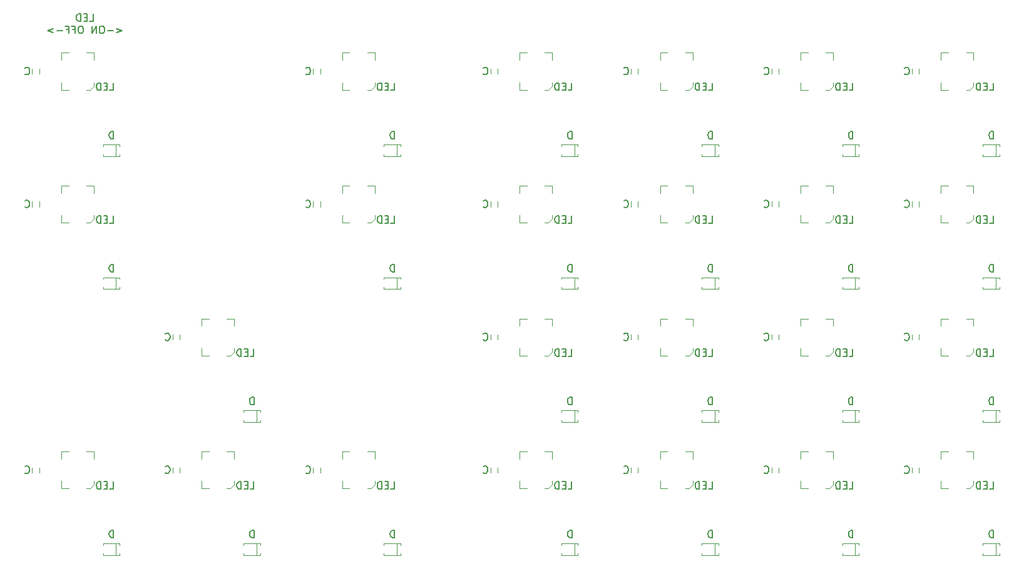
<source format=gbo>
G04 #@! TF.GenerationSoftware,KiCad,Pcbnew,(5.1.10)-1*
G04 #@! TF.CreationDate,2021-08-19T21:12:26+09:00*
G04 #@! TF.ProjectId,cnc-controller,636e632d-636f-46e7-9472-6f6c6c65722e,rev?*
G04 #@! TF.SameCoordinates,Original*
G04 #@! TF.FileFunction,Legend,Bot*
G04 #@! TF.FilePolarity,Positive*
%FSLAX46Y46*%
G04 Gerber Fmt 4.6, Leading zero omitted, Abs format (unit mm)*
G04 Created by KiCad (PCBNEW (5.1.10)-1) date 2021-08-19 21:12:26*
%MOMM*%
%LPD*%
G01*
G04 APERTURE LIST*
%ADD10C,0.150000*%
%ADD11C,0.120000*%
%ADD12C,3.200000*%
%ADD13R,0.900000X0.950000*%
%ADD14R,1.600000X0.820000*%
%ADD15C,3.400000*%
%ADD16C,2.000000*%
%ADD17C,1.900000*%
%ADD18C,1.462000*%
%ADD19O,1.000000X2.100000*%
%ADD20O,1.000000X1.800000*%
%ADD21C,0.650000*%
%ADD22R,1.000000X1.000000*%
%ADD23O,1.000000X1.000000*%
%ADD24R,1.700000X1.700000*%
%ADD25O,1.700000X1.700000*%
%ADD26C,2.100000*%
G04 APERTURE END LIST*
D10*
X26142857Y-12527380D02*
X26619047Y-12527380D01*
X26619047Y-11527380D01*
X25809523Y-12003571D02*
X25476190Y-12003571D01*
X25333333Y-12527380D02*
X25809523Y-12527380D01*
X25809523Y-11527380D01*
X25333333Y-11527380D01*
X24904761Y-12527380D02*
X24904761Y-11527380D01*
X24666666Y-11527380D01*
X24523809Y-11575000D01*
X24428571Y-11670238D01*
X24380952Y-11765476D01*
X24333333Y-11955952D01*
X24333333Y-12098809D01*
X24380952Y-12289285D01*
X24428571Y-12384523D01*
X24523809Y-12479761D01*
X24666666Y-12527380D01*
X24904761Y-12527380D01*
X29785714Y-13510714D02*
X30547619Y-13796428D01*
X29785714Y-14082142D01*
X29309523Y-13796428D02*
X28547619Y-13796428D01*
X27880952Y-13177380D02*
X27690476Y-13177380D01*
X27595238Y-13225000D01*
X27500000Y-13320238D01*
X27452380Y-13510714D01*
X27452380Y-13844047D01*
X27500000Y-14034523D01*
X27595238Y-14129761D01*
X27690476Y-14177380D01*
X27880952Y-14177380D01*
X27976190Y-14129761D01*
X28071428Y-14034523D01*
X28119047Y-13844047D01*
X28119047Y-13510714D01*
X28071428Y-13320238D01*
X27976190Y-13225000D01*
X27880952Y-13177380D01*
X27023809Y-14177380D02*
X27023809Y-13177380D01*
X26452380Y-14177380D01*
X26452380Y-13177380D01*
X25023809Y-13177380D02*
X24833333Y-13177380D01*
X24738095Y-13225000D01*
X24642857Y-13320238D01*
X24595238Y-13510714D01*
X24595238Y-13844047D01*
X24642857Y-14034523D01*
X24738095Y-14129761D01*
X24833333Y-14177380D01*
X25023809Y-14177380D01*
X25119047Y-14129761D01*
X25214285Y-14034523D01*
X25261904Y-13844047D01*
X25261904Y-13510714D01*
X25214285Y-13320238D01*
X25119047Y-13225000D01*
X25023809Y-13177380D01*
X23833333Y-13653571D02*
X24166666Y-13653571D01*
X24166666Y-14177380D02*
X24166666Y-13177380D01*
X23690476Y-13177380D01*
X22976190Y-13653571D02*
X23309523Y-13653571D01*
X23309523Y-14177380D02*
X23309523Y-13177380D01*
X22833333Y-13177380D01*
X22452380Y-13796428D02*
X21690476Y-13796428D01*
X21214285Y-13510714D02*
X20452380Y-13796428D01*
X21214285Y-14082142D01*
D11*
X26700000Y-16800000D02*
X26700000Y-17800000D01*
X25700000Y-16800000D02*
X26700000Y-16800000D01*
X22300000Y-16800000D02*
X23300000Y-16800000D01*
X22300000Y-17800000D02*
X22300000Y-16800000D01*
X22300000Y-21800000D02*
X22300000Y-20800000D01*
X22300000Y-21800000D02*
X23300000Y-21800000D01*
X26200000Y-21800000D02*
X25700000Y-21800000D01*
X26700000Y-21300000D02*
X26700000Y-20800000D01*
X26200000Y-21800000D02*
X26700000Y-21300000D01*
X19325000Y-18950000D02*
X19325000Y-19650000D01*
X18375000Y-18950000D02*
X18375000Y-19650000D01*
X27950000Y-30800000D02*
X30200000Y-30800000D01*
X30200000Y-29200000D02*
X27950000Y-29200000D01*
X29700000Y-29200000D02*
X29700000Y-30800000D01*
X30200000Y-29200000D02*
X30200000Y-29450000D01*
X30200000Y-30800000D02*
X30200000Y-30550000D01*
X27950000Y-30800000D02*
X27950000Y-30550000D01*
X27950000Y-29200000D02*
X27950000Y-29450000D01*
X145700000Y-34800000D02*
X145700000Y-35800000D01*
X144700000Y-34800000D02*
X145700000Y-34800000D01*
X141300000Y-34800000D02*
X142300000Y-34800000D01*
X141300000Y-35800000D02*
X141300000Y-34800000D01*
X141300000Y-39800000D02*
X141300000Y-38800000D01*
X141300000Y-39800000D02*
X142300000Y-39800000D01*
X145200000Y-39800000D02*
X144700000Y-39800000D01*
X145700000Y-39300000D02*
X145700000Y-38800000D01*
X145200000Y-39800000D02*
X145700000Y-39300000D01*
X138325000Y-36950000D02*
X138325000Y-37650000D01*
X137375000Y-36950000D02*
X137375000Y-37650000D01*
X146950000Y-48800000D02*
X149200000Y-48800000D01*
X149200000Y-47200000D02*
X146950000Y-47200000D01*
X148700000Y-47200000D02*
X148700000Y-48800000D01*
X149200000Y-47200000D02*
X149200000Y-47450000D01*
X149200000Y-48800000D02*
X149200000Y-48550000D01*
X146950000Y-48800000D02*
X146950000Y-48550000D01*
X146950000Y-47200000D02*
X146950000Y-47450000D01*
X107700000Y-70800000D02*
X107700000Y-71800000D01*
X106700000Y-70800000D02*
X107700000Y-70800000D01*
X103300000Y-70800000D02*
X104300000Y-70800000D01*
X103300000Y-71800000D02*
X103300000Y-70800000D01*
X103300000Y-75800000D02*
X103300000Y-74800000D01*
X103300000Y-75800000D02*
X104300000Y-75800000D01*
X107200000Y-75800000D02*
X106700000Y-75800000D01*
X107700000Y-75300000D02*
X107700000Y-74800000D01*
X107200000Y-75800000D02*
X107700000Y-75300000D01*
X100325000Y-72950000D02*
X100325000Y-73650000D01*
X99375000Y-72950000D02*
X99375000Y-73650000D01*
X108950000Y-84800000D02*
X111200000Y-84800000D01*
X111200000Y-83200000D02*
X108950000Y-83200000D01*
X110700000Y-83200000D02*
X110700000Y-84800000D01*
X111200000Y-83200000D02*
X111200000Y-83450000D01*
X111200000Y-84800000D02*
X111200000Y-84550000D01*
X108950000Y-84800000D02*
X108950000Y-84550000D01*
X108950000Y-83200000D02*
X108950000Y-83450000D01*
X88700000Y-34800000D02*
X88700000Y-35800000D01*
X87700000Y-34800000D02*
X88700000Y-34800000D01*
X84300000Y-34800000D02*
X85300000Y-34800000D01*
X84300000Y-35800000D02*
X84300000Y-34800000D01*
X84300000Y-39800000D02*
X84300000Y-38800000D01*
X84300000Y-39800000D02*
X85300000Y-39800000D01*
X88200000Y-39800000D02*
X87700000Y-39800000D01*
X88700000Y-39300000D02*
X88700000Y-38800000D01*
X88200000Y-39800000D02*
X88700000Y-39300000D01*
X81325000Y-36950000D02*
X81325000Y-37650000D01*
X80375000Y-36950000D02*
X80375000Y-37650000D01*
X89950000Y-48800000D02*
X92200000Y-48800000D01*
X92200000Y-47200000D02*
X89950000Y-47200000D01*
X91700000Y-47200000D02*
X91700000Y-48800000D01*
X92200000Y-47200000D02*
X92200000Y-47450000D01*
X92200000Y-48800000D02*
X92200000Y-48550000D01*
X89950000Y-48800000D02*
X89950000Y-48550000D01*
X89950000Y-47200000D02*
X89950000Y-47450000D01*
X26700000Y-34800000D02*
X26700000Y-35800000D01*
X25700000Y-34800000D02*
X26700000Y-34800000D01*
X22300000Y-34800000D02*
X23300000Y-34800000D01*
X22300000Y-35800000D02*
X22300000Y-34800000D01*
X22300000Y-39800000D02*
X22300000Y-38800000D01*
X22300000Y-39800000D02*
X23300000Y-39800000D01*
X26200000Y-39800000D02*
X25700000Y-39800000D01*
X26700000Y-39300000D02*
X26700000Y-38800000D01*
X26200000Y-39800000D02*
X26700000Y-39300000D01*
X19325000Y-36950000D02*
X19325000Y-37650000D01*
X18375000Y-36950000D02*
X18375000Y-37650000D01*
X27950000Y-48800000D02*
X30200000Y-48800000D01*
X30200000Y-47200000D02*
X27950000Y-47200000D01*
X29700000Y-47200000D02*
X29700000Y-48800000D01*
X30200000Y-47200000D02*
X30200000Y-47450000D01*
X30200000Y-48800000D02*
X30200000Y-48550000D01*
X27950000Y-48800000D02*
X27950000Y-48550000D01*
X27950000Y-47200000D02*
X27950000Y-47450000D01*
X26700000Y-70800000D02*
X26700000Y-71800000D01*
X25700000Y-70800000D02*
X26700000Y-70800000D01*
X22300000Y-70800000D02*
X23300000Y-70800000D01*
X22300000Y-71800000D02*
X22300000Y-70800000D01*
X22300000Y-75800000D02*
X22300000Y-74800000D01*
X22300000Y-75800000D02*
X23300000Y-75800000D01*
X26200000Y-75800000D02*
X25700000Y-75800000D01*
X26700000Y-75300000D02*
X26700000Y-74800000D01*
X26200000Y-75800000D02*
X26700000Y-75300000D01*
X19325000Y-72950000D02*
X19325000Y-73650000D01*
X18375000Y-72950000D02*
X18375000Y-73650000D01*
X27950000Y-84800000D02*
X30200000Y-84800000D01*
X30200000Y-83200000D02*
X27950000Y-83200000D01*
X29700000Y-83200000D02*
X29700000Y-84800000D01*
X30200000Y-83200000D02*
X30200000Y-83450000D01*
X30200000Y-84800000D02*
X30200000Y-84550000D01*
X27950000Y-84800000D02*
X27950000Y-84550000D01*
X27950000Y-83200000D02*
X27950000Y-83450000D01*
X45700000Y-52800000D02*
X45700000Y-53800000D01*
X44700000Y-52800000D02*
X45700000Y-52800000D01*
X41300000Y-52800000D02*
X42300000Y-52800000D01*
X41300000Y-53800000D02*
X41300000Y-52800000D01*
X41300000Y-57800000D02*
X41300000Y-56800000D01*
X41300000Y-57800000D02*
X42300000Y-57800000D01*
X45200000Y-57800000D02*
X44700000Y-57800000D01*
X45700000Y-57300000D02*
X45700000Y-56800000D01*
X45200000Y-57800000D02*
X45700000Y-57300000D01*
X38325000Y-54950000D02*
X38325000Y-55650000D01*
X37375000Y-54950000D02*
X37375000Y-55650000D01*
X46950000Y-66800000D02*
X49200000Y-66800000D01*
X49200000Y-65200000D02*
X46950000Y-65200000D01*
X48700000Y-65200000D02*
X48700000Y-66800000D01*
X49200000Y-65200000D02*
X49200000Y-65450000D01*
X49200000Y-66800000D02*
X49200000Y-66550000D01*
X46950000Y-66800000D02*
X46950000Y-66550000D01*
X46950000Y-65200000D02*
X46950000Y-65450000D01*
X45700000Y-70800000D02*
X45700000Y-71800000D01*
X44700000Y-70800000D02*
X45700000Y-70800000D01*
X41300000Y-70800000D02*
X42300000Y-70800000D01*
X41300000Y-71800000D02*
X41300000Y-70800000D01*
X41300000Y-75800000D02*
X41300000Y-74800000D01*
X41300000Y-75800000D02*
X42300000Y-75800000D01*
X45200000Y-75800000D02*
X44700000Y-75800000D01*
X45700000Y-75300000D02*
X45700000Y-74800000D01*
X45200000Y-75800000D02*
X45700000Y-75300000D01*
X38325000Y-72950000D02*
X38325000Y-73650000D01*
X37375000Y-72950000D02*
X37375000Y-73650000D01*
X46950000Y-84800000D02*
X49200000Y-84800000D01*
X49200000Y-83200000D02*
X46950000Y-83200000D01*
X48700000Y-83200000D02*
X48700000Y-84800000D01*
X49200000Y-83200000D02*
X49200000Y-83450000D01*
X49200000Y-84800000D02*
X49200000Y-84550000D01*
X46950000Y-84800000D02*
X46950000Y-84550000D01*
X46950000Y-83200000D02*
X46950000Y-83450000D01*
X64700000Y-16800000D02*
X64700000Y-17800000D01*
X63700000Y-16800000D02*
X64700000Y-16800000D01*
X60300000Y-16800000D02*
X61300000Y-16800000D01*
X60300000Y-17800000D02*
X60300000Y-16800000D01*
X60300000Y-21800000D02*
X60300000Y-20800000D01*
X60300000Y-21800000D02*
X61300000Y-21800000D01*
X64200000Y-21800000D02*
X63700000Y-21800000D01*
X64700000Y-21300000D02*
X64700000Y-20800000D01*
X64200000Y-21800000D02*
X64700000Y-21300000D01*
X57325000Y-18950000D02*
X57325000Y-19650000D01*
X56375000Y-18950000D02*
X56375000Y-19650000D01*
X65950000Y-30800000D02*
X68200000Y-30800000D01*
X68200000Y-29200000D02*
X65950000Y-29200000D01*
X67700000Y-29200000D02*
X67700000Y-30800000D01*
X68200000Y-29200000D02*
X68200000Y-29450000D01*
X68200000Y-30800000D02*
X68200000Y-30550000D01*
X65950000Y-30800000D02*
X65950000Y-30550000D01*
X65950000Y-29200000D02*
X65950000Y-29450000D01*
X64700000Y-34800000D02*
X64700000Y-35800000D01*
X63700000Y-34800000D02*
X64700000Y-34800000D01*
X60300000Y-34800000D02*
X61300000Y-34800000D01*
X60300000Y-35800000D02*
X60300000Y-34800000D01*
X60300000Y-39800000D02*
X60300000Y-38800000D01*
X60300000Y-39800000D02*
X61300000Y-39800000D01*
X64200000Y-39800000D02*
X63700000Y-39800000D01*
X64700000Y-39300000D02*
X64700000Y-38800000D01*
X64200000Y-39800000D02*
X64700000Y-39300000D01*
X57325000Y-36950000D02*
X57325000Y-37650000D01*
X56375000Y-36950000D02*
X56375000Y-37650000D01*
X65950000Y-48800000D02*
X68200000Y-48800000D01*
X68200000Y-47200000D02*
X65950000Y-47200000D01*
X67700000Y-47200000D02*
X67700000Y-48800000D01*
X68200000Y-47200000D02*
X68200000Y-47450000D01*
X68200000Y-48800000D02*
X68200000Y-48550000D01*
X65950000Y-48800000D02*
X65950000Y-48550000D01*
X65950000Y-47200000D02*
X65950000Y-47450000D01*
X64700000Y-70800000D02*
X64700000Y-71800000D01*
X63700000Y-70800000D02*
X64700000Y-70800000D01*
X60300000Y-70800000D02*
X61300000Y-70800000D01*
X60300000Y-71800000D02*
X60300000Y-70800000D01*
X60300000Y-75800000D02*
X60300000Y-74800000D01*
X60300000Y-75800000D02*
X61300000Y-75800000D01*
X64200000Y-75800000D02*
X63700000Y-75800000D01*
X64700000Y-75300000D02*
X64700000Y-74800000D01*
X64200000Y-75800000D02*
X64700000Y-75300000D01*
X57325000Y-72950000D02*
X57325000Y-73650000D01*
X56375000Y-72950000D02*
X56375000Y-73650000D01*
X65950000Y-84800000D02*
X68200000Y-84800000D01*
X68200000Y-83200000D02*
X65950000Y-83200000D01*
X67700000Y-83200000D02*
X67700000Y-84800000D01*
X68200000Y-83200000D02*
X68200000Y-83450000D01*
X68200000Y-84800000D02*
X68200000Y-84550000D01*
X65950000Y-84800000D02*
X65950000Y-84550000D01*
X65950000Y-83200000D02*
X65950000Y-83450000D01*
X88700000Y-16800000D02*
X88700000Y-17800000D01*
X87700000Y-16800000D02*
X88700000Y-16800000D01*
X84300000Y-16800000D02*
X85300000Y-16800000D01*
X84300000Y-17800000D02*
X84300000Y-16800000D01*
X84300000Y-21800000D02*
X84300000Y-20800000D01*
X84300000Y-21800000D02*
X85300000Y-21800000D01*
X88200000Y-21800000D02*
X87700000Y-21800000D01*
X88700000Y-21300000D02*
X88700000Y-20800000D01*
X88200000Y-21800000D02*
X88700000Y-21300000D01*
X81325000Y-18950000D02*
X81325000Y-19650000D01*
X80375000Y-18950000D02*
X80375000Y-19650000D01*
X89950000Y-30800000D02*
X92200000Y-30800000D01*
X92200000Y-29200000D02*
X89950000Y-29200000D01*
X91700000Y-29200000D02*
X91700000Y-30800000D01*
X92200000Y-29200000D02*
X92200000Y-29450000D01*
X92200000Y-30800000D02*
X92200000Y-30550000D01*
X89950000Y-30800000D02*
X89950000Y-30550000D01*
X89950000Y-29200000D02*
X89950000Y-29450000D01*
X88700000Y-52800000D02*
X88700000Y-53800000D01*
X87700000Y-52800000D02*
X88700000Y-52800000D01*
X84300000Y-52800000D02*
X85300000Y-52800000D01*
X84300000Y-53800000D02*
X84300000Y-52800000D01*
X84300000Y-57800000D02*
X84300000Y-56800000D01*
X84300000Y-57800000D02*
X85300000Y-57800000D01*
X88200000Y-57800000D02*
X87700000Y-57800000D01*
X88700000Y-57300000D02*
X88700000Y-56800000D01*
X88200000Y-57800000D02*
X88700000Y-57300000D01*
X81325000Y-54950000D02*
X81325000Y-55650000D01*
X80375000Y-54950000D02*
X80375000Y-55650000D01*
X89950000Y-66800000D02*
X92200000Y-66800000D01*
X92200000Y-65200000D02*
X89950000Y-65200000D01*
X91700000Y-65200000D02*
X91700000Y-66800000D01*
X92200000Y-65200000D02*
X92200000Y-65450000D01*
X92200000Y-66800000D02*
X92200000Y-66550000D01*
X89950000Y-66800000D02*
X89950000Y-66550000D01*
X89950000Y-65200000D02*
X89950000Y-65450000D01*
X88700000Y-70800000D02*
X88700000Y-71800000D01*
X87700000Y-70800000D02*
X88700000Y-70800000D01*
X84300000Y-70800000D02*
X85300000Y-70800000D01*
X84300000Y-71800000D02*
X84300000Y-70800000D01*
X84300000Y-75800000D02*
X84300000Y-74800000D01*
X84300000Y-75800000D02*
X85300000Y-75800000D01*
X88200000Y-75800000D02*
X87700000Y-75800000D01*
X88700000Y-75300000D02*
X88700000Y-74800000D01*
X88200000Y-75800000D02*
X88700000Y-75300000D01*
X81325000Y-72950000D02*
X81325000Y-73650000D01*
X80375000Y-72950000D02*
X80375000Y-73650000D01*
X89950000Y-84800000D02*
X92200000Y-84800000D01*
X92200000Y-83200000D02*
X89950000Y-83200000D01*
X91700000Y-83200000D02*
X91700000Y-84800000D01*
X92200000Y-83200000D02*
X92200000Y-83450000D01*
X92200000Y-84800000D02*
X92200000Y-84550000D01*
X89950000Y-84800000D02*
X89950000Y-84550000D01*
X89950000Y-83200000D02*
X89950000Y-83450000D01*
X107700000Y-16800000D02*
X107700000Y-17800000D01*
X106700000Y-16800000D02*
X107700000Y-16800000D01*
X103300000Y-16800000D02*
X104300000Y-16800000D01*
X103300000Y-17800000D02*
X103300000Y-16800000D01*
X103300000Y-21800000D02*
X103300000Y-20800000D01*
X103300000Y-21800000D02*
X104300000Y-21800000D01*
X107200000Y-21800000D02*
X106700000Y-21800000D01*
X107700000Y-21300000D02*
X107700000Y-20800000D01*
X107200000Y-21800000D02*
X107700000Y-21300000D01*
X100325000Y-18950000D02*
X100325000Y-19650000D01*
X99375000Y-18950000D02*
X99375000Y-19650000D01*
X108950000Y-30800000D02*
X111200000Y-30800000D01*
X111200000Y-29200000D02*
X108950000Y-29200000D01*
X110700000Y-29200000D02*
X110700000Y-30800000D01*
X111200000Y-29200000D02*
X111200000Y-29450000D01*
X111200000Y-30800000D02*
X111200000Y-30550000D01*
X108950000Y-30800000D02*
X108950000Y-30550000D01*
X108950000Y-29200000D02*
X108950000Y-29450000D01*
X107700000Y-34800000D02*
X107700000Y-35800000D01*
X106700000Y-34800000D02*
X107700000Y-34800000D01*
X103300000Y-34800000D02*
X104300000Y-34800000D01*
X103300000Y-35800000D02*
X103300000Y-34800000D01*
X103300000Y-39800000D02*
X103300000Y-38800000D01*
X103300000Y-39800000D02*
X104300000Y-39800000D01*
X107200000Y-39800000D02*
X106700000Y-39800000D01*
X107700000Y-39300000D02*
X107700000Y-38800000D01*
X107200000Y-39800000D02*
X107700000Y-39300000D01*
X100325000Y-36950000D02*
X100325000Y-37650000D01*
X99375000Y-36950000D02*
X99375000Y-37650000D01*
X108950000Y-48800000D02*
X111200000Y-48800000D01*
X111200000Y-47200000D02*
X108950000Y-47200000D01*
X110700000Y-47200000D02*
X110700000Y-48800000D01*
X111200000Y-47200000D02*
X111200000Y-47450000D01*
X111200000Y-48800000D02*
X111200000Y-48550000D01*
X108950000Y-48800000D02*
X108950000Y-48550000D01*
X108950000Y-47200000D02*
X108950000Y-47450000D01*
X107700000Y-52800000D02*
X107700000Y-53800000D01*
X106700000Y-52800000D02*
X107700000Y-52800000D01*
X103300000Y-52800000D02*
X104300000Y-52800000D01*
X103300000Y-53800000D02*
X103300000Y-52800000D01*
X103300000Y-57800000D02*
X103300000Y-56800000D01*
X103300000Y-57800000D02*
X104300000Y-57800000D01*
X107200000Y-57800000D02*
X106700000Y-57800000D01*
X107700000Y-57300000D02*
X107700000Y-56800000D01*
X107200000Y-57800000D02*
X107700000Y-57300000D01*
X100325000Y-54950000D02*
X100325000Y-55650000D01*
X99375000Y-54950000D02*
X99375000Y-55650000D01*
X108950000Y-66800000D02*
X111200000Y-66800000D01*
X111200000Y-65200000D02*
X108950000Y-65200000D01*
X110700000Y-65200000D02*
X110700000Y-66800000D01*
X111200000Y-65200000D02*
X111200000Y-65450000D01*
X111200000Y-66800000D02*
X111200000Y-66550000D01*
X108950000Y-66800000D02*
X108950000Y-66550000D01*
X108950000Y-65200000D02*
X108950000Y-65450000D01*
X126700000Y-16800000D02*
X126700000Y-17800000D01*
X125700000Y-16800000D02*
X126700000Y-16800000D01*
X122300000Y-16800000D02*
X123300000Y-16800000D01*
X122300000Y-17800000D02*
X122300000Y-16800000D01*
X122300000Y-21800000D02*
X122300000Y-20800000D01*
X122300000Y-21800000D02*
X123300000Y-21800000D01*
X126200000Y-21800000D02*
X125700000Y-21800000D01*
X126700000Y-21300000D02*
X126700000Y-20800000D01*
X126200000Y-21800000D02*
X126700000Y-21300000D01*
X119325000Y-18950000D02*
X119325000Y-19650000D01*
X118375000Y-18950000D02*
X118375000Y-19650000D01*
X127950000Y-30800000D02*
X130200000Y-30800000D01*
X130200000Y-29200000D02*
X127950000Y-29200000D01*
X129700000Y-29200000D02*
X129700000Y-30800000D01*
X130200000Y-29200000D02*
X130200000Y-29450000D01*
X130200000Y-30800000D02*
X130200000Y-30550000D01*
X127950000Y-30800000D02*
X127950000Y-30550000D01*
X127950000Y-29200000D02*
X127950000Y-29450000D01*
X126700000Y-34800000D02*
X126700000Y-35800000D01*
X125700000Y-34800000D02*
X126700000Y-34800000D01*
X122300000Y-34800000D02*
X123300000Y-34800000D01*
X122300000Y-35800000D02*
X122300000Y-34800000D01*
X122300000Y-39800000D02*
X122300000Y-38800000D01*
X122300000Y-39800000D02*
X123300000Y-39800000D01*
X126200000Y-39800000D02*
X125700000Y-39800000D01*
X126700000Y-39300000D02*
X126700000Y-38800000D01*
X126200000Y-39800000D02*
X126700000Y-39300000D01*
X119325000Y-36950000D02*
X119325000Y-37650000D01*
X118375000Y-36950000D02*
X118375000Y-37650000D01*
X127950000Y-48800000D02*
X130200000Y-48800000D01*
X130200000Y-47200000D02*
X127950000Y-47200000D01*
X129700000Y-47200000D02*
X129700000Y-48800000D01*
X130200000Y-47200000D02*
X130200000Y-47450000D01*
X130200000Y-48800000D02*
X130200000Y-48550000D01*
X127950000Y-48800000D02*
X127950000Y-48550000D01*
X127950000Y-47200000D02*
X127950000Y-47450000D01*
X126700000Y-52800000D02*
X126700000Y-53800000D01*
X125700000Y-52800000D02*
X126700000Y-52800000D01*
X122300000Y-52800000D02*
X123300000Y-52800000D01*
X122300000Y-53800000D02*
X122300000Y-52800000D01*
X122300000Y-57800000D02*
X122300000Y-56800000D01*
X122300000Y-57800000D02*
X123300000Y-57800000D01*
X126200000Y-57800000D02*
X125700000Y-57800000D01*
X126700000Y-57300000D02*
X126700000Y-56800000D01*
X126200000Y-57800000D02*
X126700000Y-57300000D01*
X119325000Y-54950000D02*
X119325000Y-55650000D01*
X118375000Y-54950000D02*
X118375000Y-55650000D01*
X127950000Y-66800000D02*
X130200000Y-66800000D01*
X130200000Y-65200000D02*
X127950000Y-65200000D01*
X129700000Y-65200000D02*
X129700000Y-66800000D01*
X130200000Y-65200000D02*
X130200000Y-65450000D01*
X130200000Y-66800000D02*
X130200000Y-66550000D01*
X127950000Y-66800000D02*
X127950000Y-66550000D01*
X127950000Y-65200000D02*
X127950000Y-65450000D01*
X126700000Y-70800000D02*
X126700000Y-71800000D01*
X125700000Y-70800000D02*
X126700000Y-70800000D01*
X122300000Y-70800000D02*
X123300000Y-70800000D01*
X122300000Y-71800000D02*
X122300000Y-70800000D01*
X122300000Y-75800000D02*
X122300000Y-74800000D01*
X122300000Y-75800000D02*
X123300000Y-75800000D01*
X126200000Y-75800000D02*
X125700000Y-75800000D01*
X126700000Y-75300000D02*
X126700000Y-74800000D01*
X126200000Y-75800000D02*
X126700000Y-75300000D01*
X119325000Y-72950000D02*
X119325000Y-73650000D01*
X118375000Y-72950000D02*
X118375000Y-73650000D01*
X127950000Y-84800000D02*
X130200000Y-84800000D01*
X130200000Y-83200000D02*
X127950000Y-83200000D01*
X129700000Y-83200000D02*
X129700000Y-84800000D01*
X130200000Y-83200000D02*
X130200000Y-83450000D01*
X130200000Y-84800000D02*
X130200000Y-84550000D01*
X127950000Y-84800000D02*
X127950000Y-84550000D01*
X127950000Y-83200000D02*
X127950000Y-83450000D01*
X145700000Y-16800000D02*
X145700000Y-17800000D01*
X144700000Y-16800000D02*
X145700000Y-16800000D01*
X141300000Y-16800000D02*
X142300000Y-16800000D01*
X141300000Y-17800000D02*
X141300000Y-16800000D01*
X141300000Y-21800000D02*
X141300000Y-20800000D01*
X141300000Y-21800000D02*
X142300000Y-21800000D01*
X145200000Y-21800000D02*
X144700000Y-21800000D01*
X145700000Y-21300000D02*
X145700000Y-20800000D01*
X145200000Y-21800000D02*
X145700000Y-21300000D01*
X138325000Y-18950000D02*
X138325000Y-19650000D01*
X137375000Y-18950000D02*
X137375000Y-19650000D01*
X146950000Y-30800000D02*
X149200000Y-30800000D01*
X149200000Y-29200000D02*
X146950000Y-29200000D01*
X148700000Y-29200000D02*
X148700000Y-30800000D01*
X149200000Y-29200000D02*
X149200000Y-29450000D01*
X149200000Y-30800000D02*
X149200000Y-30550000D01*
X146950000Y-30800000D02*
X146950000Y-30550000D01*
X146950000Y-29200000D02*
X146950000Y-29450000D01*
X145700000Y-52800000D02*
X145700000Y-53800000D01*
X144700000Y-52800000D02*
X145700000Y-52800000D01*
X141300000Y-52800000D02*
X142300000Y-52800000D01*
X141300000Y-53800000D02*
X141300000Y-52800000D01*
X141300000Y-57800000D02*
X141300000Y-56800000D01*
X141300000Y-57800000D02*
X142300000Y-57800000D01*
X145200000Y-57800000D02*
X144700000Y-57800000D01*
X145700000Y-57300000D02*
X145700000Y-56800000D01*
X145200000Y-57800000D02*
X145700000Y-57300000D01*
X138325000Y-54950000D02*
X138325000Y-55650000D01*
X137375000Y-54950000D02*
X137375000Y-55650000D01*
X146950000Y-66800000D02*
X149200000Y-66800000D01*
X149200000Y-65200000D02*
X146950000Y-65200000D01*
X148700000Y-65200000D02*
X148700000Y-66800000D01*
X149200000Y-65200000D02*
X149200000Y-65450000D01*
X149200000Y-66800000D02*
X149200000Y-66550000D01*
X146950000Y-66800000D02*
X146950000Y-66550000D01*
X146950000Y-65200000D02*
X146950000Y-65450000D01*
X145700000Y-70800000D02*
X145700000Y-71800000D01*
X144700000Y-70800000D02*
X145700000Y-70800000D01*
X141300000Y-70800000D02*
X142300000Y-70800000D01*
X141300000Y-71800000D02*
X141300000Y-70800000D01*
X141300000Y-75800000D02*
X141300000Y-74800000D01*
X141300000Y-75800000D02*
X142300000Y-75800000D01*
X145200000Y-75800000D02*
X144700000Y-75800000D01*
X145700000Y-75300000D02*
X145700000Y-74800000D01*
X145200000Y-75800000D02*
X145700000Y-75300000D01*
X138325000Y-72950000D02*
X138325000Y-73650000D01*
X137375000Y-72950000D02*
X137375000Y-73650000D01*
X146950000Y-84800000D02*
X149200000Y-84800000D01*
X149200000Y-83200000D02*
X146950000Y-83200000D01*
X148700000Y-83200000D02*
X148700000Y-84800000D01*
X149200000Y-83200000D02*
X149200000Y-83450000D01*
X149200000Y-84800000D02*
X149200000Y-84550000D01*
X146950000Y-84800000D02*
X146950000Y-84550000D01*
X146950000Y-83200000D02*
X146950000Y-83450000D01*
D10*
X17390476Y-19657142D02*
X17438095Y-19704761D01*
X17580952Y-19752380D01*
X17676190Y-19752380D01*
X17819047Y-19704761D01*
X17914285Y-19609523D01*
X17961904Y-19514285D01*
X18009523Y-19323809D01*
X18009523Y-19180952D01*
X17961904Y-18990476D01*
X17914285Y-18895238D01*
X17819047Y-18800000D01*
X17676190Y-18752380D01*
X17580952Y-18752380D01*
X17438095Y-18800000D01*
X17390476Y-18847619D01*
X29361904Y-28452380D02*
X29361904Y-27452380D01*
X29123809Y-27452380D01*
X28980952Y-27500000D01*
X28885714Y-27595238D01*
X28838095Y-27690476D01*
X28790476Y-27880952D01*
X28790476Y-28023809D01*
X28838095Y-28214285D01*
X28885714Y-28309523D01*
X28980952Y-28404761D01*
X29123809Y-28452380D01*
X29361904Y-28452380D01*
X28867857Y-21877380D02*
X29344047Y-21877380D01*
X29344047Y-20877380D01*
X28534523Y-21353571D02*
X28201190Y-21353571D01*
X28058333Y-21877380D02*
X28534523Y-21877380D01*
X28534523Y-20877380D01*
X28058333Y-20877380D01*
X27629761Y-21877380D02*
X27629761Y-20877380D01*
X27391666Y-20877380D01*
X27248809Y-20925000D01*
X27153571Y-21020238D01*
X27105952Y-21115476D01*
X27058333Y-21305952D01*
X27058333Y-21448809D01*
X27105952Y-21639285D01*
X27153571Y-21734523D01*
X27248809Y-21829761D01*
X27391666Y-21877380D01*
X27629761Y-21877380D01*
X136390476Y-37657142D02*
X136438095Y-37704761D01*
X136580952Y-37752380D01*
X136676190Y-37752380D01*
X136819047Y-37704761D01*
X136914285Y-37609523D01*
X136961904Y-37514285D01*
X137009523Y-37323809D01*
X137009523Y-37180952D01*
X136961904Y-36990476D01*
X136914285Y-36895238D01*
X136819047Y-36800000D01*
X136676190Y-36752380D01*
X136580952Y-36752380D01*
X136438095Y-36800000D01*
X136390476Y-36847619D01*
X148361904Y-46452380D02*
X148361904Y-45452380D01*
X148123809Y-45452380D01*
X147980952Y-45500000D01*
X147885714Y-45595238D01*
X147838095Y-45690476D01*
X147790476Y-45880952D01*
X147790476Y-46023809D01*
X147838095Y-46214285D01*
X147885714Y-46309523D01*
X147980952Y-46404761D01*
X148123809Y-46452380D01*
X148361904Y-46452380D01*
X147867857Y-39877380D02*
X148344047Y-39877380D01*
X148344047Y-38877380D01*
X147534523Y-39353571D02*
X147201190Y-39353571D01*
X147058333Y-39877380D02*
X147534523Y-39877380D01*
X147534523Y-38877380D01*
X147058333Y-38877380D01*
X146629761Y-39877380D02*
X146629761Y-38877380D01*
X146391666Y-38877380D01*
X146248809Y-38925000D01*
X146153571Y-39020238D01*
X146105952Y-39115476D01*
X146058333Y-39305952D01*
X146058333Y-39448809D01*
X146105952Y-39639285D01*
X146153571Y-39734523D01*
X146248809Y-39829761D01*
X146391666Y-39877380D01*
X146629761Y-39877380D01*
X98390476Y-73657142D02*
X98438095Y-73704761D01*
X98580952Y-73752380D01*
X98676190Y-73752380D01*
X98819047Y-73704761D01*
X98914285Y-73609523D01*
X98961904Y-73514285D01*
X99009523Y-73323809D01*
X99009523Y-73180952D01*
X98961904Y-72990476D01*
X98914285Y-72895238D01*
X98819047Y-72800000D01*
X98676190Y-72752380D01*
X98580952Y-72752380D01*
X98438095Y-72800000D01*
X98390476Y-72847619D01*
X110361904Y-82452380D02*
X110361904Y-81452380D01*
X110123809Y-81452380D01*
X109980952Y-81500000D01*
X109885714Y-81595238D01*
X109838095Y-81690476D01*
X109790476Y-81880952D01*
X109790476Y-82023809D01*
X109838095Y-82214285D01*
X109885714Y-82309523D01*
X109980952Y-82404761D01*
X110123809Y-82452380D01*
X110361904Y-82452380D01*
X109867857Y-75877380D02*
X110344047Y-75877380D01*
X110344047Y-74877380D01*
X109534523Y-75353571D02*
X109201190Y-75353571D01*
X109058333Y-75877380D02*
X109534523Y-75877380D01*
X109534523Y-74877380D01*
X109058333Y-74877380D01*
X108629761Y-75877380D02*
X108629761Y-74877380D01*
X108391666Y-74877380D01*
X108248809Y-74925000D01*
X108153571Y-75020238D01*
X108105952Y-75115476D01*
X108058333Y-75305952D01*
X108058333Y-75448809D01*
X108105952Y-75639285D01*
X108153571Y-75734523D01*
X108248809Y-75829761D01*
X108391666Y-75877380D01*
X108629761Y-75877380D01*
X79390476Y-37657142D02*
X79438095Y-37704761D01*
X79580952Y-37752380D01*
X79676190Y-37752380D01*
X79819047Y-37704761D01*
X79914285Y-37609523D01*
X79961904Y-37514285D01*
X80009523Y-37323809D01*
X80009523Y-37180952D01*
X79961904Y-36990476D01*
X79914285Y-36895238D01*
X79819047Y-36800000D01*
X79676190Y-36752380D01*
X79580952Y-36752380D01*
X79438095Y-36800000D01*
X79390476Y-36847619D01*
X91361904Y-46452380D02*
X91361904Y-45452380D01*
X91123809Y-45452380D01*
X90980952Y-45500000D01*
X90885714Y-45595238D01*
X90838095Y-45690476D01*
X90790476Y-45880952D01*
X90790476Y-46023809D01*
X90838095Y-46214285D01*
X90885714Y-46309523D01*
X90980952Y-46404761D01*
X91123809Y-46452380D01*
X91361904Y-46452380D01*
X90867857Y-39877380D02*
X91344047Y-39877380D01*
X91344047Y-38877380D01*
X90534523Y-39353571D02*
X90201190Y-39353571D01*
X90058333Y-39877380D02*
X90534523Y-39877380D01*
X90534523Y-38877380D01*
X90058333Y-38877380D01*
X89629761Y-39877380D02*
X89629761Y-38877380D01*
X89391666Y-38877380D01*
X89248809Y-38925000D01*
X89153571Y-39020238D01*
X89105952Y-39115476D01*
X89058333Y-39305952D01*
X89058333Y-39448809D01*
X89105952Y-39639285D01*
X89153571Y-39734523D01*
X89248809Y-39829761D01*
X89391666Y-39877380D01*
X89629761Y-39877380D01*
X17390476Y-37657142D02*
X17438095Y-37704761D01*
X17580952Y-37752380D01*
X17676190Y-37752380D01*
X17819047Y-37704761D01*
X17914285Y-37609523D01*
X17961904Y-37514285D01*
X18009523Y-37323809D01*
X18009523Y-37180952D01*
X17961904Y-36990476D01*
X17914285Y-36895238D01*
X17819047Y-36800000D01*
X17676190Y-36752380D01*
X17580952Y-36752380D01*
X17438095Y-36800000D01*
X17390476Y-36847619D01*
X29361904Y-46452380D02*
X29361904Y-45452380D01*
X29123809Y-45452380D01*
X28980952Y-45500000D01*
X28885714Y-45595238D01*
X28838095Y-45690476D01*
X28790476Y-45880952D01*
X28790476Y-46023809D01*
X28838095Y-46214285D01*
X28885714Y-46309523D01*
X28980952Y-46404761D01*
X29123809Y-46452380D01*
X29361904Y-46452380D01*
X28867857Y-39877380D02*
X29344047Y-39877380D01*
X29344047Y-38877380D01*
X28534523Y-39353571D02*
X28201190Y-39353571D01*
X28058333Y-39877380D02*
X28534523Y-39877380D01*
X28534523Y-38877380D01*
X28058333Y-38877380D01*
X27629761Y-39877380D02*
X27629761Y-38877380D01*
X27391666Y-38877380D01*
X27248809Y-38925000D01*
X27153571Y-39020238D01*
X27105952Y-39115476D01*
X27058333Y-39305952D01*
X27058333Y-39448809D01*
X27105952Y-39639285D01*
X27153571Y-39734523D01*
X27248809Y-39829761D01*
X27391666Y-39877380D01*
X27629761Y-39877380D01*
X17390476Y-73657142D02*
X17438095Y-73704761D01*
X17580952Y-73752380D01*
X17676190Y-73752380D01*
X17819047Y-73704761D01*
X17914285Y-73609523D01*
X17961904Y-73514285D01*
X18009523Y-73323809D01*
X18009523Y-73180952D01*
X17961904Y-72990476D01*
X17914285Y-72895238D01*
X17819047Y-72800000D01*
X17676190Y-72752380D01*
X17580952Y-72752380D01*
X17438095Y-72800000D01*
X17390476Y-72847619D01*
X29361904Y-82452380D02*
X29361904Y-81452380D01*
X29123809Y-81452380D01*
X28980952Y-81500000D01*
X28885714Y-81595238D01*
X28838095Y-81690476D01*
X28790476Y-81880952D01*
X28790476Y-82023809D01*
X28838095Y-82214285D01*
X28885714Y-82309523D01*
X28980952Y-82404761D01*
X29123809Y-82452380D01*
X29361904Y-82452380D01*
X28867857Y-75877380D02*
X29344047Y-75877380D01*
X29344047Y-74877380D01*
X28534523Y-75353571D02*
X28201190Y-75353571D01*
X28058333Y-75877380D02*
X28534523Y-75877380D01*
X28534523Y-74877380D01*
X28058333Y-74877380D01*
X27629761Y-75877380D02*
X27629761Y-74877380D01*
X27391666Y-74877380D01*
X27248809Y-74925000D01*
X27153571Y-75020238D01*
X27105952Y-75115476D01*
X27058333Y-75305952D01*
X27058333Y-75448809D01*
X27105952Y-75639285D01*
X27153571Y-75734523D01*
X27248809Y-75829761D01*
X27391666Y-75877380D01*
X27629761Y-75877380D01*
X36390476Y-55657142D02*
X36438095Y-55704761D01*
X36580952Y-55752380D01*
X36676190Y-55752380D01*
X36819047Y-55704761D01*
X36914285Y-55609523D01*
X36961904Y-55514285D01*
X37009523Y-55323809D01*
X37009523Y-55180952D01*
X36961904Y-54990476D01*
X36914285Y-54895238D01*
X36819047Y-54800000D01*
X36676190Y-54752380D01*
X36580952Y-54752380D01*
X36438095Y-54800000D01*
X36390476Y-54847619D01*
X48361904Y-64452380D02*
X48361904Y-63452380D01*
X48123809Y-63452380D01*
X47980952Y-63500000D01*
X47885714Y-63595238D01*
X47838095Y-63690476D01*
X47790476Y-63880952D01*
X47790476Y-64023809D01*
X47838095Y-64214285D01*
X47885714Y-64309523D01*
X47980952Y-64404761D01*
X48123809Y-64452380D01*
X48361904Y-64452380D01*
X47867857Y-57877380D02*
X48344047Y-57877380D01*
X48344047Y-56877380D01*
X47534523Y-57353571D02*
X47201190Y-57353571D01*
X47058333Y-57877380D02*
X47534523Y-57877380D01*
X47534523Y-56877380D01*
X47058333Y-56877380D01*
X46629761Y-57877380D02*
X46629761Y-56877380D01*
X46391666Y-56877380D01*
X46248809Y-56925000D01*
X46153571Y-57020238D01*
X46105952Y-57115476D01*
X46058333Y-57305952D01*
X46058333Y-57448809D01*
X46105952Y-57639285D01*
X46153571Y-57734523D01*
X46248809Y-57829761D01*
X46391666Y-57877380D01*
X46629761Y-57877380D01*
X36390476Y-73657142D02*
X36438095Y-73704761D01*
X36580952Y-73752380D01*
X36676190Y-73752380D01*
X36819047Y-73704761D01*
X36914285Y-73609523D01*
X36961904Y-73514285D01*
X37009523Y-73323809D01*
X37009523Y-73180952D01*
X36961904Y-72990476D01*
X36914285Y-72895238D01*
X36819047Y-72800000D01*
X36676190Y-72752380D01*
X36580952Y-72752380D01*
X36438095Y-72800000D01*
X36390476Y-72847619D01*
X48361904Y-82452380D02*
X48361904Y-81452380D01*
X48123809Y-81452380D01*
X47980952Y-81500000D01*
X47885714Y-81595238D01*
X47838095Y-81690476D01*
X47790476Y-81880952D01*
X47790476Y-82023809D01*
X47838095Y-82214285D01*
X47885714Y-82309523D01*
X47980952Y-82404761D01*
X48123809Y-82452380D01*
X48361904Y-82452380D01*
X47867857Y-75877380D02*
X48344047Y-75877380D01*
X48344047Y-74877380D01*
X47534523Y-75353571D02*
X47201190Y-75353571D01*
X47058333Y-75877380D02*
X47534523Y-75877380D01*
X47534523Y-74877380D01*
X47058333Y-74877380D01*
X46629761Y-75877380D02*
X46629761Y-74877380D01*
X46391666Y-74877380D01*
X46248809Y-74925000D01*
X46153571Y-75020238D01*
X46105952Y-75115476D01*
X46058333Y-75305952D01*
X46058333Y-75448809D01*
X46105952Y-75639285D01*
X46153571Y-75734523D01*
X46248809Y-75829761D01*
X46391666Y-75877380D01*
X46629761Y-75877380D01*
X55390476Y-19657142D02*
X55438095Y-19704761D01*
X55580952Y-19752380D01*
X55676190Y-19752380D01*
X55819047Y-19704761D01*
X55914285Y-19609523D01*
X55961904Y-19514285D01*
X56009523Y-19323809D01*
X56009523Y-19180952D01*
X55961904Y-18990476D01*
X55914285Y-18895238D01*
X55819047Y-18800000D01*
X55676190Y-18752380D01*
X55580952Y-18752380D01*
X55438095Y-18800000D01*
X55390476Y-18847619D01*
X67361904Y-28452380D02*
X67361904Y-27452380D01*
X67123809Y-27452380D01*
X66980952Y-27500000D01*
X66885714Y-27595238D01*
X66838095Y-27690476D01*
X66790476Y-27880952D01*
X66790476Y-28023809D01*
X66838095Y-28214285D01*
X66885714Y-28309523D01*
X66980952Y-28404761D01*
X67123809Y-28452380D01*
X67361904Y-28452380D01*
X66867857Y-21877380D02*
X67344047Y-21877380D01*
X67344047Y-20877380D01*
X66534523Y-21353571D02*
X66201190Y-21353571D01*
X66058333Y-21877380D02*
X66534523Y-21877380D01*
X66534523Y-20877380D01*
X66058333Y-20877380D01*
X65629761Y-21877380D02*
X65629761Y-20877380D01*
X65391666Y-20877380D01*
X65248809Y-20925000D01*
X65153571Y-21020238D01*
X65105952Y-21115476D01*
X65058333Y-21305952D01*
X65058333Y-21448809D01*
X65105952Y-21639285D01*
X65153571Y-21734523D01*
X65248809Y-21829761D01*
X65391666Y-21877380D01*
X65629761Y-21877380D01*
X55390476Y-37657142D02*
X55438095Y-37704761D01*
X55580952Y-37752380D01*
X55676190Y-37752380D01*
X55819047Y-37704761D01*
X55914285Y-37609523D01*
X55961904Y-37514285D01*
X56009523Y-37323809D01*
X56009523Y-37180952D01*
X55961904Y-36990476D01*
X55914285Y-36895238D01*
X55819047Y-36800000D01*
X55676190Y-36752380D01*
X55580952Y-36752380D01*
X55438095Y-36800000D01*
X55390476Y-36847619D01*
X67361904Y-46452380D02*
X67361904Y-45452380D01*
X67123809Y-45452380D01*
X66980952Y-45500000D01*
X66885714Y-45595238D01*
X66838095Y-45690476D01*
X66790476Y-45880952D01*
X66790476Y-46023809D01*
X66838095Y-46214285D01*
X66885714Y-46309523D01*
X66980952Y-46404761D01*
X67123809Y-46452380D01*
X67361904Y-46452380D01*
X66867857Y-39877380D02*
X67344047Y-39877380D01*
X67344047Y-38877380D01*
X66534523Y-39353571D02*
X66201190Y-39353571D01*
X66058333Y-39877380D02*
X66534523Y-39877380D01*
X66534523Y-38877380D01*
X66058333Y-38877380D01*
X65629761Y-39877380D02*
X65629761Y-38877380D01*
X65391666Y-38877380D01*
X65248809Y-38925000D01*
X65153571Y-39020238D01*
X65105952Y-39115476D01*
X65058333Y-39305952D01*
X65058333Y-39448809D01*
X65105952Y-39639285D01*
X65153571Y-39734523D01*
X65248809Y-39829761D01*
X65391666Y-39877380D01*
X65629761Y-39877380D01*
X55390476Y-73657142D02*
X55438095Y-73704761D01*
X55580952Y-73752380D01*
X55676190Y-73752380D01*
X55819047Y-73704761D01*
X55914285Y-73609523D01*
X55961904Y-73514285D01*
X56009523Y-73323809D01*
X56009523Y-73180952D01*
X55961904Y-72990476D01*
X55914285Y-72895238D01*
X55819047Y-72800000D01*
X55676190Y-72752380D01*
X55580952Y-72752380D01*
X55438095Y-72800000D01*
X55390476Y-72847619D01*
X67361904Y-82452380D02*
X67361904Y-81452380D01*
X67123809Y-81452380D01*
X66980952Y-81500000D01*
X66885714Y-81595238D01*
X66838095Y-81690476D01*
X66790476Y-81880952D01*
X66790476Y-82023809D01*
X66838095Y-82214285D01*
X66885714Y-82309523D01*
X66980952Y-82404761D01*
X67123809Y-82452380D01*
X67361904Y-82452380D01*
X66867857Y-75877380D02*
X67344047Y-75877380D01*
X67344047Y-74877380D01*
X66534523Y-75353571D02*
X66201190Y-75353571D01*
X66058333Y-75877380D02*
X66534523Y-75877380D01*
X66534523Y-74877380D01*
X66058333Y-74877380D01*
X65629761Y-75877380D02*
X65629761Y-74877380D01*
X65391666Y-74877380D01*
X65248809Y-74925000D01*
X65153571Y-75020238D01*
X65105952Y-75115476D01*
X65058333Y-75305952D01*
X65058333Y-75448809D01*
X65105952Y-75639285D01*
X65153571Y-75734523D01*
X65248809Y-75829761D01*
X65391666Y-75877380D01*
X65629761Y-75877380D01*
X79390476Y-19657142D02*
X79438095Y-19704761D01*
X79580952Y-19752380D01*
X79676190Y-19752380D01*
X79819047Y-19704761D01*
X79914285Y-19609523D01*
X79961904Y-19514285D01*
X80009523Y-19323809D01*
X80009523Y-19180952D01*
X79961904Y-18990476D01*
X79914285Y-18895238D01*
X79819047Y-18800000D01*
X79676190Y-18752380D01*
X79580952Y-18752380D01*
X79438095Y-18800000D01*
X79390476Y-18847619D01*
X91361904Y-28452380D02*
X91361904Y-27452380D01*
X91123809Y-27452380D01*
X90980952Y-27500000D01*
X90885714Y-27595238D01*
X90838095Y-27690476D01*
X90790476Y-27880952D01*
X90790476Y-28023809D01*
X90838095Y-28214285D01*
X90885714Y-28309523D01*
X90980952Y-28404761D01*
X91123809Y-28452380D01*
X91361904Y-28452380D01*
X90867857Y-21877380D02*
X91344047Y-21877380D01*
X91344047Y-20877380D01*
X90534523Y-21353571D02*
X90201190Y-21353571D01*
X90058333Y-21877380D02*
X90534523Y-21877380D01*
X90534523Y-20877380D01*
X90058333Y-20877380D01*
X89629761Y-21877380D02*
X89629761Y-20877380D01*
X89391666Y-20877380D01*
X89248809Y-20925000D01*
X89153571Y-21020238D01*
X89105952Y-21115476D01*
X89058333Y-21305952D01*
X89058333Y-21448809D01*
X89105952Y-21639285D01*
X89153571Y-21734523D01*
X89248809Y-21829761D01*
X89391666Y-21877380D01*
X89629761Y-21877380D01*
X79390476Y-55657142D02*
X79438095Y-55704761D01*
X79580952Y-55752380D01*
X79676190Y-55752380D01*
X79819047Y-55704761D01*
X79914285Y-55609523D01*
X79961904Y-55514285D01*
X80009523Y-55323809D01*
X80009523Y-55180952D01*
X79961904Y-54990476D01*
X79914285Y-54895238D01*
X79819047Y-54800000D01*
X79676190Y-54752380D01*
X79580952Y-54752380D01*
X79438095Y-54800000D01*
X79390476Y-54847619D01*
X91361904Y-64452380D02*
X91361904Y-63452380D01*
X91123809Y-63452380D01*
X90980952Y-63500000D01*
X90885714Y-63595238D01*
X90838095Y-63690476D01*
X90790476Y-63880952D01*
X90790476Y-64023809D01*
X90838095Y-64214285D01*
X90885714Y-64309523D01*
X90980952Y-64404761D01*
X91123809Y-64452380D01*
X91361904Y-64452380D01*
X90867857Y-57877380D02*
X91344047Y-57877380D01*
X91344047Y-56877380D01*
X90534523Y-57353571D02*
X90201190Y-57353571D01*
X90058333Y-57877380D02*
X90534523Y-57877380D01*
X90534523Y-56877380D01*
X90058333Y-56877380D01*
X89629761Y-57877380D02*
X89629761Y-56877380D01*
X89391666Y-56877380D01*
X89248809Y-56925000D01*
X89153571Y-57020238D01*
X89105952Y-57115476D01*
X89058333Y-57305952D01*
X89058333Y-57448809D01*
X89105952Y-57639285D01*
X89153571Y-57734523D01*
X89248809Y-57829761D01*
X89391666Y-57877380D01*
X89629761Y-57877380D01*
X79390476Y-73657142D02*
X79438095Y-73704761D01*
X79580952Y-73752380D01*
X79676190Y-73752380D01*
X79819047Y-73704761D01*
X79914285Y-73609523D01*
X79961904Y-73514285D01*
X80009523Y-73323809D01*
X80009523Y-73180952D01*
X79961904Y-72990476D01*
X79914285Y-72895238D01*
X79819047Y-72800000D01*
X79676190Y-72752380D01*
X79580952Y-72752380D01*
X79438095Y-72800000D01*
X79390476Y-72847619D01*
X91361904Y-82452380D02*
X91361904Y-81452380D01*
X91123809Y-81452380D01*
X90980952Y-81500000D01*
X90885714Y-81595238D01*
X90838095Y-81690476D01*
X90790476Y-81880952D01*
X90790476Y-82023809D01*
X90838095Y-82214285D01*
X90885714Y-82309523D01*
X90980952Y-82404761D01*
X91123809Y-82452380D01*
X91361904Y-82452380D01*
X90867857Y-75877380D02*
X91344047Y-75877380D01*
X91344047Y-74877380D01*
X90534523Y-75353571D02*
X90201190Y-75353571D01*
X90058333Y-75877380D02*
X90534523Y-75877380D01*
X90534523Y-74877380D01*
X90058333Y-74877380D01*
X89629761Y-75877380D02*
X89629761Y-74877380D01*
X89391666Y-74877380D01*
X89248809Y-74925000D01*
X89153571Y-75020238D01*
X89105952Y-75115476D01*
X89058333Y-75305952D01*
X89058333Y-75448809D01*
X89105952Y-75639285D01*
X89153571Y-75734523D01*
X89248809Y-75829761D01*
X89391666Y-75877380D01*
X89629761Y-75877380D01*
X98390476Y-19657142D02*
X98438095Y-19704761D01*
X98580952Y-19752380D01*
X98676190Y-19752380D01*
X98819047Y-19704761D01*
X98914285Y-19609523D01*
X98961904Y-19514285D01*
X99009523Y-19323809D01*
X99009523Y-19180952D01*
X98961904Y-18990476D01*
X98914285Y-18895238D01*
X98819047Y-18800000D01*
X98676190Y-18752380D01*
X98580952Y-18752380D01*
X98438095Y-18800000D01*
X98390476Y-18847619D01*
X110361904Y-28452380D02*
X110361904Y-27452380D01*
X110123809Y-27452380D01*
X109980952Y-27500000D01*
X109885714Y-27595238D01*
X109838095Y-27690476D01*
X109790476Y-27880952D01*
X109790476Y-28023809D01*
X109838095Y-28214285D01*
X109885714Y-28309523D01*
X109980952Y-28404761D01*
X110123809Y-28452380D01*
X110361904Y-28452380D01*
X109867857Y-21877380D02*
X110344047Y-21877380D01*
X110344047Y-20877380D01*
X109534523Y-21353571D02*
X109201190Y-21353571D01*
X109058333Y-21877380D02*
X109534523Y-21877380D01*
X109534523Y-20877380D01*
X109058333Y-20877380D01*
X108629761Y-21877380D02*
X108629761Y-20877380D01*
X108391666Y-20877380D01*
X108248809Y-20925000D01*
X108153571Y-21020238D01*
X108105952Y-21115476D01*
X108058333Y-21305952D01*
X108058333Y-21448809D01*
X108105952Y-21639285D01*
X108153571Y-21734523D01*
X108248809Y-21829761D01*
X108391666Y-21877380D01*
X108629761Y-21877380D01*
X98390476Y-37657142D02*
X98438095Y-37704761D01*
X98580952Y-37752380D01*
X98676190Y-37752380D01*
X98819047Y-37704761D01*
X98914285Y-37609523D01*
X98961904Y-37514285D01*
X99009523Y-37323809D01*
X99009523Y-37180952D01*
X98961904Y-36990476D01*
X98914285Y-36895238D01*
X98819047Y-36800000D01*
X98676190Y-36752380D01*
X98580952Y-36752380D01*
X98438095Y-36800000D01*
X98390476Y-36847619D01*
X110361904Y-46452380D02*
X110361904Y-45452380D01*
X110123809Y-45452380D01*
X109980952Y-45500000D01*
X109885714Y-45595238D01*
X109838095Y-45690476D01*
X109790476Y-45880952D01*
X109790476Y-46023809D01*
X109838095Y-46214285D01*
X109885714Y-46309523D01*
X109980952Y-46404761D01*
X110123809Y-46452380D01*
X110361904Y-46452380D01*
X109867857Y-39877380D02*
X110344047Y-39877380D01*
X110344047Y-38877380D01*
X109534523Y-39353571D02*
X109201190Y-39353571D01*
X109058333Y-39877380D02*
X109534523Y-39877380D01*
X109534523Y-38877380D01*
X109058333Y-38877380D01*
X108629761Y-39877380D02*
X108629761Y-38877380D01*
X108391666Y-38877380D01*
X108248809Y-38925000D01*
X108153571Y-39020238D01*
X108105952Y-39115476D01*
X108058333Y-39305952D01*
X108058333Y-39448809D01*
X108105952Y-39639285D01*
X108153571Y-39734523D01*
X108248809Y-39829761D01*
X108391666Y-39877380D01*
X108629761Y-39877380D01*
X98390476Y-55657142D02*
X98438095Y-55704761D01*
X98580952Y-55752380D01*
X98676190Y-55752380D01*
X98819047Y-55704761D01*
X98914285Y-55609523D01*
X98961904Y-55514285D01*
X99009523Y-55323809D01*
X99009523Y-55180952D01*
X98961904Y-54990476D01*
X98914285Y-54895238D01*
X98819047Y-54800000D01*
X98676190Y-54752380D01*
X98580952Y-54752380D01*
X98438095Y-54800000D01*
X98390476Y-54847619D01*
X110361904Y-64452380D02*
X110361904Y-63452380D01*
X110123809Y-63452380D01*
X109980952Y-63500000D01*
X109885714Y-63595238D01*
X109838095Y-63690476D01*
X109790476Y-63880952D01*
X109790476Y-64023809D01*
X109838095Y-64214285D01*
X109885714Y-64309523D01*
X109980952Y-64404761D01*
X110123809Y-64452380D01*
X110361904Y-64452380D01*
X109867857Y-57877380D02*
X110344047Y-57877380D01*
X110344047Y-56877380D01*
X109534523Y-57353571D02*
X109201190Y-57353571D01*
X109058333Y-57877380D02*
X109534523Y-57877380D01*
X109534523Y-56877380D01*
X109058333Y-56877380D01*
X108629761Y-57877380D02*
X108629761Y-56877380D01*
X108391666Y-56877380D01*
X108248809Y-56925000D01*
X108153571Y-57020238D01*
X108105952Y-57115476D01*
X108058333Y-57305952D01*
X108058333Y-57448809D01*
X108105952Y-57639285D01*
X108153571Y-57734523D01*
X108248809Y-57829761D01*
X108391666Y-57877380D01*
X108629761Y-57877380D01*
X117390476Y-19657142D02*
X117438095Y-19704761D01*
X117580952Y-19752380D01*
X117676190Y-19752380D01*
X117819047Y-19704761D01*
X117914285Y-19609523D01*
X117961904Y-19514285D01*
X118009523Y-19323809D01*
X118009523Y-19180952D01*
X117961904Y-18990476D01*
X117914285Y-18895238D01*
X117819047Y-18800000D01*
X117676190Y-18752380D01*
X117580952Y-18752380D01*
X117438095Y-18800000D01*
X117390476Y-18847619D01*
X129361904Y-28452380D02*
X129361904Y-27452380D01*
X129123809Y-27452380D01*
X128980952Y-27500000D01*
X128885714Y-27595238D01*
X128838095Y-27690476D01*
X128790476Y-27880952D01*
X128790476Y-28023809D01*
X128838095Y-28214285D01*
X128885714Y-28309523D01*
X128980952Y-28404761D01*
X129123809Y-28452380D01*
X129361904Y-28452380D01*
X128867857Y-21877380D02*
X129344047Y-21877380D01*
X129344047Y-20877380D01*
X128534523Y-21353571D02*
X128201190Y-21353571D01*
X128058333Y-21877380D02*
X128534523Y-21877380D01*
X128534523Y-20877380D01*
X128058333Y-20877380D01*
X127629761Y-21877380D02*
X127629761Y-20877380D01*
X127391666Y-20877380D01*
X127248809Y-20925000D01*
X127153571Y-21020238D01*
X127105952Y-21115476D01*
X127058333Y-21305952D01*
X127058333Y-21448809D01*
X127105952Y-21639285D01*
X127153571Y-21734523D01*
X127248809Y-21829761D01*
X127391666Y-21877380D01*
X127629761Y-21877380D01*
X117390476Y-37657142D02*
X117438095Y-37704761D01*
X117580952Y-37752380D01*
X117676190Y-37752380D01*
X117819047Y-37704761D01*
X117914285Y-37609523D01*
X117961904Y-37514285D01*
X118009523Y-37323809D01*
X118009523Y-37180952D01*
X117961904Y-36990476D01*
X117914285Y-36895238D01*
X117819047Y-36800000D01*
X117676190Y-36752380D01*
X117580952Y-36752380D01*
X117438095Y-36800000D01*
X117390476Y-36847619D01*
X129361904Y-46452380D02*
X129361904Y-45452380D01*
X129123809Y-45452380D01*
X128980952Y-45500000D01*
X128885714Y-45595238D01*
X128838095Y-45690476D01*
X128790476Y-45880952D01*
X128790476Y-46023809D01*
X128838095Y-46214285D01*
X128885714Y-46309523D01*
X128980952Y-46404761D01*
X129123809Y-46452380D01*
X129361904Y-46452380D01*
X128867857Y-39877380D02*
X129344047Y-39877380D01*
X129344047Y-38877380D01*
X128534523Y-39353571D02*
X128201190Y-39353571D01*
X128058333Y-39877380D02*
X128534523Y-39877380D01*
X128534523Y-38877380D01*
X128058333Y-38877380D01*
X127629761Y-39877380D02*
X127629761Y-38877380D01*
X127391666Y-38877380D01*
X127248809Y-38925000D01*
X127153571Y-39020238D01*
X127105952Y-39115476D01*
X127058333Y-39305952D01*
X127058333Y-39448809D01*
X127105952Y-39639285D01*
X127153571Y-39734523D01*
X127248809Y-39829761D01*
X127391666Y-39877380D01*
X127629761Y-39877380D01*
X117390476Y-55657142D02*
X117438095Y-55704761D01*
X117580952Y-55752380D01*
X117676190Y-55752380D01*
X117819047Y-55704761D01*
X117914285Y-55609523D01*
X117961904Y-55514285D01*
X118009523Y-55323809D01*
X118009523Y-55180952D01*
X117961904Y-54990476D01*
X117914285Y-54895238D01*
X117819047Y-54800000D01*
X117676190Y-54752380D01*
X117580952Y-54752380D01*
X117438095Y-54800000D01*
X117390476Y-54847619D01*
X129361904Y-64452380D02*
X129361904Y-63452380D01*
X129123809Y-63452380D01*
X128980952Y-63500000D01*
X128885714Y-63595238D01*
X128838095Y-63690476D01*
X128790476Y-63880952D01*
X128790476Y-64023809D01*
X128838095Y-64214285D01*
X128885714Y-64309523D01*
X128980952Y-64404761D01*
X129123809Y-64452380D01*
X129361904Y-64452380D01*
X128867857Y-57877380D02*
X129344047Y-57877380D01*
X129344047Y-56877380D01*
X128534523Y-57353571D02*
X128201190Y-57353571D01*
X128058333Y-57877380D02*
X128534523Y-57877380D01*
X128534523Y-56877380D01*
X128058333Y-56877380D01*
X127629761Y-57877380D02*
X127629761Y-56877380D01*
X127391666Y-56877380D01*
X127248809Y-56925000D01*
X127153571Y-57020238D01*
X127105952Y-57115476D01*
X127058333Y-57305952D01*
X127058333Y-57448809D01*
X127105952Y-57639285D01*
X127153571Y-57734523D01*
X127248809Y-57829761D01*
X127391666Y-57877380D01*
X127629761Y-57877380D01*
X117390476Y-73657142D02*
X117438095Y-73704761D01*
X117580952Y-73752380D01*
X117676190Y-73752380D01*
X117819047Y-73704761D01*
X117914285Y-73609523D01*
X117961904Y-73514285D01*
X118009523Y-73323809D01*
X118009523Y-73180952D01*
X117961904Y-72990476D01*
X117914285Y-72895238D01*
X117819047Y-72800000D01*
X117676190Y-72752380D01*
X117580952Y-72752380D01*
X117438095Y-72800000D01*
X117390476Y-72847619D01*
X129361904Y-82452380D02*
X129361904Y-81452380D01*
X129123809Y-81452380D01*
X128980952Y-81500000D01*
X128885714Y-81595238D01*
X128838095Y-81690476D01*
X128790476Y-81880952D01*
X128790476Y-82023809D01*
X128838095Y-82214285D01*
X128885714Y-82309523D01*
X128980952Y-82404761D01*
X129123809Y-82452380D01*
X129361904Y-82452380D01*
X128867857Y-75877380D02*
X129344047Y-75877380D01*
X129344047Y-74877380D01*
X128534523Y-75353571D02*
X128201190Y-75353571D01*
X128058333Y-75877380D02*
X128534523Y-75877380D01*
X128534523Y-74877380D01*
X128058333Y-74877380D01*
X127629761Y-75877380D02*
X127629761Y-74877380D01*
X127391666Y-74877380D01*
X127248809Y-74925000D01*
X127153571Y-75020238D01*
X127105952Y-75115476D01*
X127058333Y-75305952D01*
X127058333Y-75448809D01*
X127105952Y-75639285D01*
X127153571Y-75734523D01*
X127248809Y-75829761D01*
X127391666Y-75877380D01*
X127629761Y-75877380D01*
X136390476Y-19657142D02*
X136438095Y-19704761D01*
X136580952Y-19752380D01*
X136676190Y-19752380D01*
X136819047Y-19704761D01*
X136914285Y-19609523D01*
X136961904Y-19514285D01*
X137009523Y-19323809D01*
X137009523Y-19180952D01*
X136961904Y-18990476D01*
X136914285Y-18895238D01*
X136819047Y-18800000D01*
X136676190Y-18752380D01*
X136580952Y-18752380D01*
X136438095Y-18800000D01*
X136390476Y-18847619D01*
X148361904Y-28452380D02*
X148361904Y-27452380D01*
X148123809Y-27452380D01*
X147980952Y-27500000D01*
X147885714Y-27595238D01*
X147838095Y-27690476D01*
X147790476Y-27880952D01*
X147790476Y-28023809D01*
X147838095Y-28214285D01*
X147885714Y-28309523D01*
X147980952Y-28404761D01*
X148123809Y-28452380D01*
X148361904Y-28452380D01*
X147867857Y-21877380D02*
X148344047Y-21877380D01*
X148344047Y-20877380D01*
X147534523Y-21353571D02*
X147201190Y-21353571D01*
X147058333Y-21877380D02*
X147534523Y-21877380D01*
X147534523Y-20877380D01*
X147058333Y-20877380D01*
X146629761Y-21877380D02*
X146629761Y-20877380D01*
X146391666Y-20877380D01*
X146248809Y-20925000D01*
X146153571Y-21020238D01*
X146105952Y-21115476D01*
X146058333Y-21305952D01*
X146058333Y-21448809D01*
X146105952Y-21639285D01*
X146153571Y-21734523D01*
X146248809Y-21829761D01*
X146391666Y-21877380D01*
X146629761Y-21877380D01*
X136390476Y-55657142D02*
X136438095Y-55704761D01*
X136580952Y-55752380D01*
X136676190Y-55752380D01*
X136819047Y-55704761D01*
X136914285Y-55609523D01*
X136961904Y-55514285D01*
X137009523Y-55323809D01*
X137009523Y-55180952D01*
X136961904Y-54990476D01*
X136914285Y-54895238D01*
X136819047Y-54800000D01*
X136676190Y-54752380D01*
X136580952Y-54752380D01*
X136438095Y-54800000D01*
X136390476Y-54847619D01*
X148361904Y-64452380D02*
X148361904Y-63452380D01*
X148123809Y-63452380D01*
X147980952Y-63500000D01*
X147885714Y-63595238D01*
X147838095Y-63690476D01*
X147790476Y-63880952D01*
X147790476Y-64023809D01*
X147838095Y-64214285D01*
X147885714Y-64309523D01*
X147980952Y-64404761D01*
X148123809Y-64452380D01*
X148361904Y-64452380D01*
X147867857Y-57877380D02*
X148344047Y-57877380D01*
X148344047Y-56877380D01*
X147534523Y-57353571D02*
X147201190Y-57353571D01*
X147058333Y-57877380D02*
X147534523Y-57877380D01*
X147534523Y-56877380D01*
X147058333Y-56877380D01*
X146629761Y-57877380D02*
X146629761Y-56877380D01*
X146391666Y-56877380D01*
X146248809Y-56925000D01*
X146153571Y-57020238D01*
X146105952Y-57115476D01*
X146058333Y-57305952D01*
X146058333Y-57448809D01*
X146105952Y-57639285D01*
X146153571Y-57734523D01*
X146248809Y-57829761D01*
X146391666Y-57877380D01*
X146629761Y-57877380D01*
X136390476Y-73657142D02*
X136438095Y-73704761D01*
X136580952Y-73752380D01*
X136676190Y-73752380D01*
X136819047Y-73704761D01*
X136914285Y-73609523D01*
X136961904Y-73514285D01*
X137009523Y-73323809D01*
X137009523Y-73180952D01*
X136961904Y-72990476D01*
X136914285Y-72895238D01*
X136819047Y-72800000D01*
X136676190Y-72752380D01*
X136580952Y-72752380D01*
X136438095Y-72800000D01*
X136390476Y-72847619D01*
X148361904Y-82452380D02*
X148361904Y-81452380D01*
X148123809Y-81452380D01*
X147980952Y-81500000D01*
X147885714Y-81595238D01*
X147838095Y-81690476D01*
X147790476Y-81880952D01*
X147790476Y-82023809D01*
X147838095Y-82214285D01*
X147885714Y-82309523D01*
X147980952Y-82404761D01*
X148123809Y-82452380D01*
X148361904Y-82452380D01*
X147867857Y-75877380D02*
X148344047Y-75877380D01*
X148344047Y-74877380D01*
X147534523Y-75353571D02*
X147201190Y-75353571D01*
X147058333Y-75877380D02*
X147534523Y-75877380D01*
X147534523Y-74877380D01*
X147058333Y-74877380D01*
X146629761Y-75877380D02*
X146629761Y-74877380D01*
X146391666Y-74877380D01*
X146248809Y-74925000D01*
X146153571Y-75020238D01*
X146105952Y-75115476D01*
X146058333Y-75305952D01*
X146058333Y-75448809D01*
X146105952Y-75639285D01*
X146153571Y-75734523D01*
X146248809Y-75829761D01*
X146391666Y-75877380D01*
X146629761Y-75877380D01*
%LPC*%
D12*
X74500000Y-11000000D03*
X16000000Y-11000000D03*
X152000000Y-11000000D03*
X74500000Y-89000000D03*
X152000000Y-89000000D03*
X16000000Y-89000000D03*
G36*
G01*
X18600000Y-19650000D02*
X19100000Y-19650000D01*
G75*
G02*
X19325000Y-19875000I0J-225000D01*
G01*
X19325000Y-20325000D01*
G75*
G02*
X19100000Y-20550000I-225000J0D01*
G01*
X18600000Y-20550000D01*
G75*
G02*
X18375000Y-20325000I0J225000D01*
G01*
X18375000Y-19875000D01*
G75*
G02*
X18600000Y-19650000I225000J0D01*
G01*
G37*
G36*
G01*
X18600000Y-18050000D02*
X19100000Y-18050000D01*
G75*
G02*
X19325000Y-18275000I0J-225000D01*
G01*
X19325000Y-18725000D01*
G75*
G02*
X19100000Y-18950000I-225000J0D01*
G01*
X18600000Y-18950000D01*
G75*
G02*
X18375000Y-18725000I0J225000D01*
G01*
X18375000Y-18275000D01*
G75*
G02*
X18600000Y-18050000I225000J0D01*
G01*
G37*
D13*
X30650000Y-30000000D03*
X27500000Y-30000000D03*
D14*
X27700000Y-20050000D03*
X27700000Y-18550000D03*
X21300000Y-20050000D03*
X21300000Y-18550000D03*
D15*
X24500000Y-24000000D03*
D16*
X24500000Y-29900000D03*
X19500000Y-27800000D03*
D17*
X19000000Y-24000000D03*
X30000000Y-24000000D03*
G36*
G01*
X137600000Y-37650000D02*
X138100000Y-37650000D01*
G75*
G02*
X138325000Y-37875000I0J-225000D01*
G01*
X138325000Y-38325000D01*
G75*
G02*
X138100000Y-38550000I-225000J0D01*
G01*
X137600000Y-38550000D01*
G75*
G02*
X137375000Y-38325000I0J225000D01*
G01*
X137375000Y-37875000D01*
G75*
G02*
X137600000Y-37650000I225000J0D01*
G01*
G37*
G36*
G01*
X137600000Y-36050000D02*
X138100000Y-36050000D01*
G75*
G02*
X138325000Y-36275000I0J-225000D01*
G01*
X138325000Y-36725000D01*
G75*
G02*
X138100000Y-36950000I-225000J0D01*
G01*
X137600000Y-36950000D01*
G75*
G02*
X137375000Y-36725000I0J225000D01*
G01*
X137375000Y-36275000D01*
G75*
G02*
X137600000Y-36050000I225000J0D01*
G01*
G37*
D13*
X149650000Y-48000000D03*
X146500000Y-48000000D03*
D14*
X146700000Y-38050000D03*
X146700000Y-36550000D03*
X140300000Y-38050000D03*
X140300000Y-36550000D03*
D15*
X143500000Y-42000000D03*
D16*
X143500000Y-47900000D03*
X138500000Y-45800000D03*
D17*
X138000000Y-42000000D03*
X149000000Y-42000000D03*
G36*
G01*
X99600000Y-73650000D02*
X100100000Y-73650000D01*
G75*
G02*
X100325000Y-73875000I0J-225000D01*
G01*
X100325000Y-74325000D01*
G75*
G02*
X100100000Y-74550000I-225000J0D01*
G01*
X99600000Y-74550000D01*
G75*
G02*
X99375000Y-74325000I0J225000D01*
G01*
X99375000Y-73875000D01*
G75*
G02*
X99600000Y-73650000I225000J0D01*
G01*
G37*
G36*
G01*
X99600000Y-72050000D02*
X100100000Y-72050000D01*
G75*
G02*
X100325000Y-72275000I0J-225000D01*
G01*
X100325000Y-72725000D01*
G75*
G02*
X100100000Y-72950000I-225000J0D01*
G01*
X99600000Y-72950000D01*
G75*
G02*
X99375000Y-72725000I0J225000D01*
G01*
X99375000Y-72275000D01*
G75*
G02*
X99600000Y-72050000I225000J0D01*
G01*
G37*
D13*
X111650000Y-84000000D03*
X108500000Y-84000000D03*
D14*
X108700000Y-74050000D03*
X108700000Y-72550000D03*
X102300000Y-74050000D03*
X102300000Y-72550000D03*
D15*
X105500000Y-78000000D03*
D16*
X105500000Y-83900000D03*
X100500000Y-81800000D03*
D17*
X100000000Y-78000000D03*
X111000000Y-78000000D03*
G36*
G01*
X80600000Y-37650000D02*
X81100000Y-37650000D01*
G75*
G02*
X81325000Y-37875000I0J-225000D01*
G01*
X81325000Y-38325000D01*
G75*
G02*
X81100000Y-38550000I-225000J0D01*
G01*
X80600000Y-38550000D01*
G75*
G02*
X80375000Y-38325000I0J225000D01*
G01*
X80375000Y-37875000D01*
G75*
G02*
X80600000Y-37650000I225000J0D01*
G01*
G37*
G36*
G01*
X80600000Y-36050000D02*
X81100000Y-36050000D01*
G75*
G02*
X81325000Y-36275000I0J-225000D01*
G01*
X81325000Y-36725000D01*
G75*
G02*
X81100000Y-36950000I-225000J0D01*
G01*
X80600000Y-36950000D01*
G75*
G02*
X80375000Y-36725000I0J225000D01*
G01*
X80375000Y-36275000D01*
G75*
G02*
X80600000Y-36050000I225000J0D01*
G01*
G37*
D13*
X92650000Y-48000000D03*
X89500000Y-48000000D03*
D14*
X89700000Y-38050000D03*
X89700000Y-36550000D03*
X83300000Y-38050000D03*
X83300000Y-36550000D03*
D15*
X86500000Y-42000000D03*
D16*
X86500000Y-47900000D03*
X81500000Y-45800000D03*
D17*
X81000000Y-42000000D03*
X92000000Y-42000000D03*
G36*
G01*
X18600000Y-37650000D02*
X19100000Y-37650000D01*
G75*
G02*
X19325000Y-37875000I0J-225000D01*
G01*
X19325000Y-38325000D01*
G75*
G02*
X19100000Y-38550000I-225000J0D01*
G01*
X18600000Y-38550000D01*
G75*
G02*
X18375000Y-38325000I0J225000D01*
G01*
X18375000Y-37875000D01*
G75*
G02*
X18600000Y-37650000I225000J0D01*
G01*
G37*
G36*
G01*
X18600000Y-36050000D02*
X19100000Y-36050000D01*
G75*
G02*
X19325000Y-36275000I0J-225000D01*
G01*
X19325000Y-36725000D01*
G75*
G02*
X19100000Y-36950000I-225000J0D01*
G01*
X18600000Y-36950000D01*
G75*
G02*
X18375000Y-36725000I0J225000D01*
G01*
X18375000Y-36275000D01*
G75*
G02*
X18600000Y-36050000I225000J0D01*
G01*
G37*
D13*
X30650000Y-48000000D03*
X27500000Y-48000000D03*
D14*
X27700000Y-38050000D03*
X27700000Y-36550000D03*
X21300000Y-38050000D03*
X21300000Y-36550000D03*
D15*
X24500000Y-42000000D03*
D16*
X24500000Y-47900000D03*
X19500000Y-45800000D03*
D17*
X19000000Y-42000000D03*
X30000000Y-42000000D03*
G36*
G01*
X18600000Y-73650000D02*
X19100000Y-73650000D01*
G75*
G02*
X19325000Y-73875000I0J-225000D01*
G01*
X19325000Y-74325000D01*
G75*
G02*
X19100000Y-74550000I-225000J0D01*
G01*
X18600000Y-74550000D01*
G75*
G02*
X18375000Y-74325000I0J225000D01*
G01*
X18375000Y-73875000D01*
G75*
G02*
X18600000Y-73650000I225000J0D01*
G01*
G37*
G36*
G01*
X18600000Y-72050000D02*
X19100000Y-72050000D01*
G75*
G02*
X19325000Y-72275000I0J-225000D01*
G01*
X19325000Y-72725000D01*
G75*
G02*
X19100000Y-72950000I-225000J0D01*
G01*
X18600000Y-72950000D01*
G75*
G02*
X18375000Y-72725000I0J225000D01*
G01*
X18375000Y-72275000D01*
G75*
G02*
X18600000Y-72050000I225000J0D01*
G01*
G37*
D13*
X30650000Y-84000000D03*
X27500000Y-84000000D03*
D14*
X27700000Y-74050000D03*
X27700000Y-72550000D03*
X21300000Y-74050000D03*
X21300000Y-72550000D03*
D15*
X24500000Y-78000000D03*
D16*
X24500000Y-83900000D03*
X19500000Y-81800000D03*
D17*
X19000000Y-78000000D03*
X30000000Y-78000000D03*
G36*
G01*
X37600000Y-55650000D02*
X38100000Y-55650000D01*
G75*
G02*
X38325000Y-55875000I0J-225000D01*
G01*
X38325000Y-56325000D01*
G75*
G02*
X38100000Y-56550000I-225000J0D01*
G01*
X37600000Y-56550000D01*
G75*
G02*
X37375000Y-56325000I0J225000D01*
G01*
X37375000Y-55875000D01*
G75*
G02*
X37600000Y-55650000I225000J0D01*
G01*
G37*
G36*
G01*
X37600000Y-54050000D02*
X38100000Y-54050000D01*
G75*
G02*
X38325000Y-54275000I0J-225000D01*
G01*
X38325000Y-54725000D01*
G75*
G02*
X38100000Y-54950000I-225000J0D01*
G01*
X37600000Y-54950000D01*
G75*
G02*
X37375000Y-54725000I0J225000D01*
G01*
X37375000Y-54275000D01*
G75*
G02*
X37600000Y-54050000I225000J0D01*
G01*
G37*
D13*
X49650000Y-66000000D03*
X46500000Y-66000000D03*
D14*
X46700000Y-56050000D03*
X46700000Y-54550000D03*
X40300000Y-56050000D03*
X40300000Y-54550000D03*
D15*
X43500000Y-60000000D03*
D16*
X43500000Y-65900000D03*
X38500000Y-63800000D03*
D17*
X38000000Y-60000000D03*
X49000000Y-60000000D03*
G36*
G01*
X37600000Y-73650000D02*
X38100000Y-73650000D01*
G75*
G02*
X38325000Y-73875000I0J-225000D01*
G01*
X38325000Y-74325000D01*
G75*
G02*
X38100000Y-74550000I-225000J0D01*
G01*
X37600000Y-74550000D01*
G75*
G02*
X37375000Y-74325000I0J225000D01*
G01*
X37375000Y-73875000D01*
G75*
G02*
X37600000Y-73650000I225000J0D01*
G01*
G37*
G36*
G01*
X37600000Y-72050000D02*
X38100000Y-72050000D01*
G75*
G02*
X38325000Y-72275000I0J-225000D01*
G01*
X38325000Y-72725000D01*
G75*
G02*
X38100000Y-72950000I-225000J0D01*
G01*
X37600000Y-72950000D01*
G75*
G02*
X37375000Y-72725000I0J225000D01*
G01*
X37375000Y-72275000D01*
G75*
G02*
X37600000Y-72050000I225000J0D01*
G01*
G37*
D13*
X49650000Y-84000000D03*
X46500000Y-84000000D03*
D14*
X46700000Y-74050000D03*
X46700000Y-72550000D03*
X40300000Y-74050000D03*
X40300000Y-72550000D03*
D15*
X43500000Y-78000000D03*
D16*
X43500000Y-83900000D03*
X38500000Y-81800000D03*
D17*
X38000000Y-78000000D03*
X49000000Y-78000000D03*
G36*
G01*
X56600000Y-19650000D02*
X57100000Y-19650000D01*
G75*
G02*
X57325000Y-19875000I0J-225000D01*
G01*
X57325000Y-20325000D01*
G75*
G02*
X57100000Y-20550000I-225000J0D01*
G01*
X56600000Y-20550000D01*
G75*
G02*
X56375000Y-20325000I0J225000D01*
G01*
X56375000Y-19875000D01*
G75*
G02*
X56600000Y-19650000I225000J0D01*
G01*
G37*
G36*
G01*
X56600000Y-18050000D02*
X57100000Y-18050000D01*
G75*
G02*
X57325000Y-18275000I0J-225000D01*
G01*
X57325000Y-18725000D01*
G75*
G02*
X57100000Y-18950000I-225000J0D01*
G01*
X56600000Y-18950000D01*
G75*
G02*
X56375000Y-18725000I0J225000D01*
G01*
X56375000Y-18275000D01*
G75*
G02*
X56600000Y-18050000I225000J0D01*
G01*
G37*
D13*
X68650000Y-30000000D03*
X65500000Y-30000000D03*
D14*
X65700000Y-20050000D03*
X65700000Y-18550000D03*
X59300000Y-20050000D03*
X59300000Y-18550000D03*
D15*
X62500000Y-24000000D03*
D16*
X62500000Y-29900000D03*
X57500000Y-27800000D03*
D17*
X57000000Y-24000000D03*
X68000000Y-24000000D03*
G36*
G01*
X56600000Y-37650000D02*
X57100000Y-37650000D01*
G75*
G02*
X57325000Y-37875000I0J-225000D01*
G01*
X57325000Y-38325000D01*
G75*
G02*
X57100000Y-38550000I-225000J0D01*
G01*
X56600000Y-38550000D01*
G75*
G02*
X56375000Y-38325000I0J225000D01*
G01*
X56375000Y-37875000D01*
G75*
G02*
X56600000Y-37650000I225000J0D01*
G01*
G37*
G36*
G01*
X56600000Y-36050000D02*
X57100000Y-36050000D01*
G75*
G02*
X57325000Y-36275000I0J-225000D01*
G01*
X57325000Y-36725000D01*
G75*
G02*
X57100000Y-36950000I-225000J0D01*
G01*
X56600000Y-36950000D01*
G75*
G02*
X56375000Y-36725000I0J225000D01*
G01*
X56375000Y-36275000D01*
G75*
G02*
X56600000Y-36050000I225000J0D01*
G01*
G37*
D13*
X68650000Y-48000000D03*
X65500000Y-48000000D03*
D14*
X65700000Y-38050000D03*
X65700000Y-36550000D03*
X59300000Y-38050000D03*
X59300000Y-36550000D03*
D15*
X62500000Y-42000000D03*
D16*
X62500000Y-47900000D03*
X57500000Y-45800000D03*
D17*
X57000000Y-42000000D03*
X68000000Y-42000000D03*
G36*
G01*
X56600000Y-73650000D02*
X57100000Y-73650000D01*
G75*
G02*
X57325000Y-73875000I0J-225000D01*
G01*
X57325000Y-74325000D01*
G75*
G02*
X57100000Y-74550000I-225000J0D01*
G01*
X56600000Y-74550000D01*
G75*
G02*
X56375000Y-74325000I0J225000D01*
G01*
X56375000Y-73875000D01*
G75*
G02*
X56600000Y-73650000I225000J0D01*
G01*
G37*
G36*
G01*
X56600000Y-72050000D02*
X57100000Y-72050000D01*
G75*
G02*
X57325000Y-72275000I0J-225000D01*
G01*
X57325000Y-72725000D01*
G75*
G02*
X57100000Y-72950000I-225000J0D01*
G01*
X56600000Y-72950000D01*
G75*
G02*
X56375000Y-72725000I0J225000D01*
G01*
X56375000Y-72275000D01*
G75*
G02*
X56600000Y-72050000I225000J0D01*
G01*
G37*
D13*
X68650000Y-84000000D03*
X65500000Y-84000000D03*
D14*
X65700000Y-74050000D03*
X65700000Y-72550000D03*
X59300000Y-74050000D03*
X59300000Y-72550000D03*
D15*
X62500000Y-78000000D03*
D16*
X62500000Y-83900000D03*
X57500000Y-81800000D03*
D17*
X57000000Y-78000000D03*
X68000000Y-78000000D03*
G36*
G01*
X80600000Y-19650000D02*
X81100000Y-19650000D01*
G75*
G02*
X81325000Y-19875000I0J-225000D01*
G01*
X81325000Y-20325000D01*
G75*
G02*
X81100000Y-20550000I-225000J0D01*
G01*
X80600000Y-20550000D01*
G75*
G02*
X80375000Y-20325000I0J225000D01*
G01*
X80375000Y-19875000D01*
G75*
G02*
X80600000Y-19650000I225000J0D01*
G01*
G37*
G36*
G01*
X80600000Y-18050000D02*
X81100000Y-18050000D01*
G75*
G02*
X81325000Y-18275000I0J-225000D01*
G01*
X81325000Y-18725000D01*
G75*
G02*
X81100000Y-18950000I-225000J0D01*
G01*
X80600000Y-18950000D01*
G75*
G02*
X80375000Y-18725000I0J225000D01*
G01*
X80375000Y-18275000D01*
G75*
G02*
X80600000Y-18050000I225000J0D01*
G01*
G37*
D13*
X92650000Y-30000000D03*
X89500000Y-30000000D03*
D14*
X89700000Y-20050000D03*
X89700000Y-18550000D03*
X83300000Y-20050000D03*
X83300000Y-18550000D03*
D15*
X86500000Y-24000000D03*
D16*
X86500000Y-29900000D03*
X81500000Y-27800000D03*
D17*
X81000000Y-24000000D03*
X92000000Y-24000000D03*
G36*
G01*
X80600000Y-55650000D02*
X81100000Y-55650000D01*
G75*
G02*
X81325000Y-55875000I0J-225000D01*
G01*
X81325000Y-56325000D01*
G75*
G02*
X81100000Y-56550000I-225000J0D01*
G01*
X80600000Y-56550000D01*
G75*
G02*
X80375000Y-56325000I0J225000D01*
G01*
X80375000Y-55875000D01*
G75*
G02*
X80600000Y-55650000I225000J0D01*
G01*
G37*
G36*
G01*
X80600000Y-54050000D02*
X81100000Y-54050000D01*
G75*
G02*
X81325000Y-54275000I0J-225000D01*
G01*
X81325000Y-54725000D01*
G75*
G02*
X81100000Y-54950000I-225000J0D01*
G01*
X80600000Y-54950000D01*
G75*
G02*
X80375000Y-54725000I0J225000D01*
G01*
X80375000Y-54275000D01*
G75*
G02*
X80600000Y-54050000I225000J0D01*
G01*
G37*
D13*
X92650000Y-66000000D03*
X89500000Y-66000000D03*
D14*
X89700000Y-56050000D03*
X89700000Y-54550000D03*
X83300000Y-56050000D03*
X83300000Y-54550000D03*
D15*
X86500000Y-60000000D03*
D16*
X86500000Y-65900000D03*
X81500000Y-63800000D03*
D17*
X81000000Y-60000000D03*
X92000000Y-60000000D03*
G36*
G01*
X80600000Y-73650000D02*
X81100000Y-73650000D01*
G75*
G02*
X81325000Y-73875000I0J-225000D01*
G01*
X81325000Y-74325000D01*
G75*
G02*
X81100000Y-74550000I-225000J0D01*
G01*
X80600000Y-74550000D01*
G75*
G02*
X80375000Y-74325000I0J225000D01*
G01*
X80375000Y-73875000D01*
G75*
G02*
X80600000Y-73650000I225000J0D01*
G01*
G37*
G36*
G01*
X80600000Y-72050000D02*
X81100000Y-72050000D01*
G75*
G02*
X81325000Y-72275000I0J-225000D01*
G01*
X81325000Y-72725000D01*
G75*
G02*
X81100000Y-72950000I-225000J0D01*
G01*
X80600000Y-72950000D01*
G75*
G02*
X80375000Y-72725000I0J225000D01*
G01*
X80375000Y-72275000D01*
G75*
G02*
X80600000Y-72050000I225000J0D01*
G01*
G37*
D13*
X92650000Y-84000000D03*
X89500000Y-84000000D03*
D14*
X89700000Y-74050000D03*
X89700000Y-72550000D03*
X83300000Y-74050000D03*
X83300000Y-72550000D03*
D15*
X86500000Y-78000000D03*
D16*
X86500000Y-83900000D03*
X81500000Y-81800000D03*
D17*
X81000000Y-78000000D03*
X92000000Y-78000000D03*
G36*
G01*
X99600000Y-19650000D02*
X100100000Y-19650000D01*
G75*
G02*
X100325000Y-19875000I0J-225000D01*
G01*
X100325000Y-20325000D01*
G75*
G02*
X100100000Y-20550000I-225000J0D01*
G01*
X99600000Y-20550000D01*
G75*
G02*
X99375000Y-20325000I0J225000D01*
G01*
X99375000Y-19875000D01*
G75*
G02*
X99600000Y-19650000I225000J0D01*
G01*
G37*
G36*
G01*
X99600000Y-18050000D02*
X100100000Y-18050000D01*
G75*
G02*
X100325000Y-18275000I0J-225000D01*
G01*
X100325000Y-18725000D01*
G75*
G02*
X100100000Y-18950000I-225000J0D01*
G01*
X99600000Y-18950000D01*
G75*
G02*
X99375000Y-18725000I0J225000D01*
G01*
X99375000Y-18275000D01*
G75*
G02*
X99600000Y-18050000I225000J0D01*
G01*
G37*
D13*
X111650000Y-30000000D03*
X108500000Y-30000000D03*
D14*
X108700000Y-20050000D03*
X108700000Y-18550000D03*
X102300000Y-20050000D03*
X102300000Y-18550000D03*
D15*
X105500000Y-24000000D03*
D16*
X105500000Y-29900000D03*
X100500000Y-27800000D03*
D17*
X100000000Y-24000000D03*
X111000000Y-24000000D03*
G36*
G01*
X99600000Y-37650000D02*
X100100000Y-37650000D01*
G75*
G02*
X100325000Y-37875000I0J-225000D01*
G01*
X100325000Y-38325000D01*
G75*
G02*
X100100000Y-38550000I-225000J0D01*
G01*
X99600000Y-38550000D01*
G75*
G02*
X99375000Y-38325000I0J225000D01*
G01*
X99375000Y-37875000D01*
G75*
G02*
X99600000Y-37650000I225000J0D01*
G01*
G37*
G36*
G01*
X99600000Y-36050000D02*
X100100000Y-36050000D01*
G75*
G02*
X100325000Y-36275000I0J-225000D01*
G01*
X100325000Y-36725000D01*
G75*
G02*
X100100000Y-36950000I-225000J0D01*
G01*
X99600000Y-36950000D01*
G75*
G02*
X99375000Y-36725000I0J225000D01*
G01*
X99375000Y-36275000D01*
G75*
G02*
X99600000Y-36050000I225000J0D01*
G01*
G37*
D13*
X111650000Y-48000000D03*
X108500000Y-48000000D03*
D14*
X108700000Y-38050000D03*
X108700000Y-36550000D03*
X102300000Y-38050000D03*
X102300000Y-36550000D03*
D15*
X105500000Y-42000000D03*
D16*
X105500000Y-47900000D03*
X100500000Y-45800000D03*
D17*
X100000000Y-42000000D03*
X111000000Y-42000000D03*
G36*
G01*
X99600000Y-55650000D02*
X100100000Y-55650000D01*
G75*
G02*
X100325000Y-55875000I0J-225000D01*
G01*
X100325000Y-56325000D01*
G75*
G02*
X100100000Y-56550000I-225000J0D01*
G01*
X99600000Y-56550000D01*
G75*
G02*
X99375000Y-56325000I0J225000D01*
G01*
X99375000Y-55875000D01*
G75*
G02*
X99600000Y-55650000I225000J0D01*
G01*
G37*
G36*
G01*
X99600000Y-54050000D02*
X100100000Y-54050000D01*
G75*
G02*
X100325000Y-54275000I0J-225000D01*
G01*
X100325000Y-54725000D01*
G75*
G02*
X100100000Y-54950000I-225000J0D01*
G01*
X99600000Y-54950000D01*
G75*
G02*
X99375000Y-54725000I0J225000D01*
G01*
X99375000Y-54275000D01*
G75*
G02*
X99600000Y-54050000I225000J0D01*
G01*
G37*
D13*
X111650000Y-66000000D03*
X108500000Y-66000000D03*
D14*
X108700000Y-56050000D03*
X108700000Y-54550000D03*
X102300000Y-56050000D03*
X102300000Y-54550000D03*
D15*
X105500000Y-60000000D03*
D16*
X105500000Y-65900000D03*
X100500000Y-63800000D03*
D17*
X100000000Y-60000000D03*
X111000000Y-60000000D03*
G36*
G01*
X118600000Y-19650000D02*
X119100000Y-19650000D01*
G75*
G02*
X119325000Y-19875000I0J-225000D01*
G01*
X119325000Y-20325000D01*
G75*
G02*
X119100000Y-20550000I-225000J0D01*
G01*
X118600000Y-20550000D01*
G75*
G02*
X118375000Y-20325000I0J225000D01*
G01*
X118375000Y-19875000D01*
G75*
G02*
X118600000Y-19650000I225000J0D01*
G01*
G37*
G36*
G01*
X118600000Y-18050000D02*
X119100000Y-18050000D01*
G75*
G02*
X119325000Y-18275000I0J-225000D01*
G01*
X119325000Y-18725000D01*
G75*
G02*
X119100000Y-18950000I-225000J0D01*
G01*
X118600000Y-18950000D01*
G75*
G02*
X118375000Y-18725000I0J225000D01*
G01*
X118375000Y-18275000D01*
G75*
G02*
X118600000Y-18050000I225000J0D01*
G01*
G37*
D13*
X130650000Y-30000000D03*
X127500000Y-30000000D03*
D14*
X127700000Y-20050000D03*
X127700000Y-18550000D03*
X121300000Y-20050000D03*
X121300000Y-18550000D03*
D15*
X124500000Y-24000000D03*
D16*
X124500000Y-29900000D03*
X119500000Y-27800000D03*
D17*
X119000000Y-24000000D03*
X130000000Y-24000000D03*
G36*
G01*
X118600000Y-37650000D02*
X119100000Y-37650000D01*
G75*
G02*
X119325000Y-37875000I0J-225000D01*
G01*
X119325000Y-38325000D01*
G75*
G02*
X119100000Y-38550000I-225000J0D01*
G01*
X118600000Y-38550000D01*
G75*
G02*
X118375000Y-38325000I0J225000D01*
G01*
X118375000Y-37875000D01*
G75*
G02*
X118600000Y-37650000I225000J0D01*
G01*
G37*
G36*
G01*
X118600000Y-36050000D02*
X119100000Y-36050000D01*
G75*
G02*
X119325000Y-36275000I0J-225000D01*
G01*
X119325000Y-36725000D01*
G75*
G02*
X119100000Y-36950000I-225000J0D01*
G01*
X118600000Y-36950000D01*
G75*
G02*
X118375000Y-36725000I0J225000D01*
G01*
X118375000Y-36275000D01*
G75*
G02*
X118600000Y-36050000I225000J0D01*
G01*
G37*
D13*
X130650000Y-48000000D03*
X127500000Y-48000000D03*
D14*
X127700000Y-38050000D03*
X127700000Y-36550000D03*
X121300000Y-38050000D03*
X121300000Y-36550000D03*
D15*
X124500000Y-42000000D03*
D16*
X124500000Y-47900000D03*
X119500000Y-45800000D03*
D17*
X119000000Y-42000000D03*
X130000000Y-42000000D03*
G36*
G01*
X118600000Y-55650000D02*
X119100000Y-55650000D01*
G75*
G02*
X119325000Y-55875000I0J-225000D01*
G01*
X119325000Y-56325000D01*
G75*
G02*
X119100000Y-56550000I-225000J0D01*
G01*
X118600000Y-56550000D01*
G75*
G02*
X118375000Y-56325000I0J225000D01*
G01*
X118375000Y-55875000D01*
G75*
G02*
X118600000Y-55650000I225000J0D01*
G01*
G37*
G36*
G01*
X118600000Y-54050000D02*
X119100000Y-54050000D01*
G75*
G02*
X119325000Y-54275000I0J-225000D01*
G01*
X119325000Y-54725000D01*
G75*
G02*
X119100000Y-54950000I-225000J0D01*
G01*
X118600000Y-54950000D01*
G75*
G02*
X118375000Y-54725000I0J225000D01*
G01*
X118375000Y-54275000D01*
G75*
G02*
X118600000Y-54050000I225000J0D01*
G01*
G37*
D13*
X130650000Y-66000000D03*
X127500000Y-66000000D03*
D14*
X127700000Y-56050000D03*
X127700000Y-54550000D03*
X121300000Y-56050000D03*
X121300000Y-54550000D03*
D15*
X124500000Y-60000000D03*
D16*
X124500000Y-65900000D03*
X119500000Y-63800000D03*
D17*
X119000000Y-60000000D03*
X130000000Y-60000000D03*
G36*
G01*
X118600000Y-73650000D02*
X119100000Y-73650000D01*
G75*
G02*
X119325000Y-73875000I0J-225000D01*
G01*
X119325000Y-74325000D01*
G75*
G02*
X119100000Y-74550000I-225000J0D01*
G01*
X118600000Y-74550000D01*
G75*
G02*
X118375000Y-74325000I0J225000D01*
G01*
X118375000Y-73875000D01*
G75*
G02*
X118600000Y-73650000I225000J0D01*
G01*
G37*
G36*
G01*
X118600000Y-72050000D02*
X119100000Y-72050000D01*
G75*
G02*
X119325000Y-72275000I0J-225000D01*
G01*
X119325000Y-72725000D01*
G75*
G02*
X119100000Y-72950000I-225000J0D01*
G01*
X118600000Y-72950000D01*
G75*
G02*
X118375000Y-72725000I0J225000D01*
G01*
X118375000Y-72275000D01*
G75*
G02*
X118600000Y-72050000I225000J0D01*
G01*
G37*
D13*
X130650000Y-84000000D03*
X127500000Y-84000000D03*
D14*
X127700000Y-74050000D03*
X127700000Y-72550000D03*
X121300000Y-74050000D03*
X121300000Y-72550000D03*
D15*
X124500000Y-78000000D03*
D16*
X124500000Y-83900000D03*
X119500000Y-81800000D03*
D17*
X119000000Y-78000000D03*
X130000000Y-78000000D03*
G36*
G01*
X137600000Y-19650000D02*
X138100000Y-19650000D01*
G75*
G02*
X138325000Y-19875000I0J-225000D01*
G01*
X138325000Y-20325000D01*
G75*
G02*
X138100000Y-20550000I-225000J0D01*
G01*
X137600000Y-20550000D01*
G75*
G02*
X137375000Y-20325000I0J225000D01*
G01*
X137375000Y-19875000D01*
G75*
G02*
X137600000Y-19650000I225000J0D01*
G01*
G37*
G36*
G01*
X137600000Y-18050000D02*
X138100000Y-18050000D01*
G75*
G02*
X138325000Y-18275000I0J-225000D01*
G01*
X138325000Y-18725000D01*
G75*
G02*
X138100000Y-18950000I-225000J0D01*
G01*
X137600000Y-18950000D01*
G75*
G02*
X137375000Y-18725000I0J225000D01*
G01*
X137375000Y-18275000D01*
G75*
G02*
X137600000Y-18050000I225000J0D01*
G01*
G37*
D13*
X149650000Y-30000000D03*
X146500000Y-30000000D03*
D14*
X146700000Y-20050000D03*
X146700000Y-18550000D03*
X140300000Y-20050000D03*
X140300000Y-18550000D03*
D15*
X143500000Y-24000000D03*
D16*
X143500000Y-29900000D03*
X138500000Y-27800000D03*
D17*
X138000000Y-24000000D03*
X149000000Y-24000000D03*
G36*
G01*
X137600000Y-55650000D02*
X138100000Y-55650000D01*
G75*
G02*
X138325000Y-55875000I0J-225000D01*
G01*
X138325000Y-56325000D01*
G75*
G02*
X138100000Y-56550000I-225000J0D01*
G01*
X137600000Y-56550000D01*
G75*
G02*
X137375000Y-56325000I0J225000D01*
G01*
X137375000Y-55875000D01*
G75*
G02*
X137600000Y-55650000I225000J0D01*
G01*
G37*
G36*
G01*
X137600000Y-54050000D02*
X138100000Y-54050000D01*
G75*
G02*
X138325000Y-54275000I0J-225000D01*
G01*
X138325000Y-54725000D01*
G75*
G02*
X138100000Y-54950000I-225000J0D01*
G01*
X137600000Y-54950000D01*
G75*
G02*
X137375000Y-54725000I0J225000D01*
G01*
X137375000Y-54275000D01*
G75*
G02*
X137600000Y-54050000I225000J0D01*
G01*
G37*
D13*
X149650000Y-66000000D03*
X146500000Y-66000000D03*
D14*
X146700000Y-56050000D03*
X146700000Y-54550000D03*
X140300000Y-56050000D03*
X140300000Y-54550000D03*
D15*
X143500000Y-60000000D03*
D16*
X143500000Y-65900000D03*
X138500000Y-63800000D03*
D17*
X138000000Y-60000000D03*
X149000000Y-60000000D03*
G36*
G01*
X137600000Y-73650000D02*
X138100000Y-73650000D01*
G75*
G02*
X138325000Y-73875000I0J-225000D01*
G01*
X138325000Y-74325000D01*
G75*
G02*
X138100000Y-74550000I-225000J0D01*
G01*
X137600000Y-74550000D01*
G75*
G02*
X137375000Y-74325000I0J225000D01*
G01*
X137375000Y-73875000D01*
G75*
G02*
X137600000Y-73650000I225000J0D01*
G01*
G37*
G36*
G01*
X137600000Y-72050000D02*
X138100000Y-72050000D01*
G75*
G02*
X138325000Y-72275000I0J-225000D01*
G01*
X138325000Y-72725000D01*
G75*
G02*
X138100000Y-72950000I-225000J0D01*
G01*
X137600000Y-72950000D01*
G75*
G02*
X137375000Y-72725000I0J225000D01*
G01*
X137375000Y-72275000D01*
G75*
G02*
X137600000Y-72050000I225000J0D01*
G01*
G37*
D13*
X149650000Y-84000000D03*
X146500000Y-84000000D03*
D14*
X146700000Y-74050000D03*
X146700000Y-72550000D03*
X140300000Y-74050000D03*
X140300000Y-72550000D03*
D15*
X143500000Y-78000000D03*
D16*
X143500000Y-83900000D03*
X138500000Y-81800000D03*
D17*
X138000000Y-78000000D03*
X149000000Y-78000000D03*
D18*
X27600000Y-10200000D03*
X25600000Y-10200000D03*
X23600000Y-10200000D03*
D16*
X29800000Y-10200000D03*
X21400000Y-10200000D03*
D19*
X47820000Y-14000000D03*
X39180000Y-14000000D03*
D20*
X47820000Y-9820000D03*
X39180000Y-9820000D03*
D21*
X40610000Y-13500000D03*
X46390000Y-13500000D03*
D22*
X83920000Y-11700000D03*
D23*
X83920000Y-10430000D03*
X85190000Y-11700000D03*
X85190000Y-10430000D03*
X86460000Y-11700000D03*
X86460000Y-10430000D03*
X87730000Y-11700000D03*
X87730000Y-10430000D03*
X89000000Y-11700000D03*
X89000000Y-10430000D03*
D24*
X36200000Y-44100000D03*
D25*
X36200000Y-41560000D03*
X36200000Y-39020000D03*
D24*
X109320000Y-11000000D03*
D25*
X106780000Y-11000000D03*
X104240000Y-11000000D03*
X101700000Y-11000000D03*
D26*
X52700000Y-11000000D03*
X59200000Y-11000000D03*
M02*

</source>
